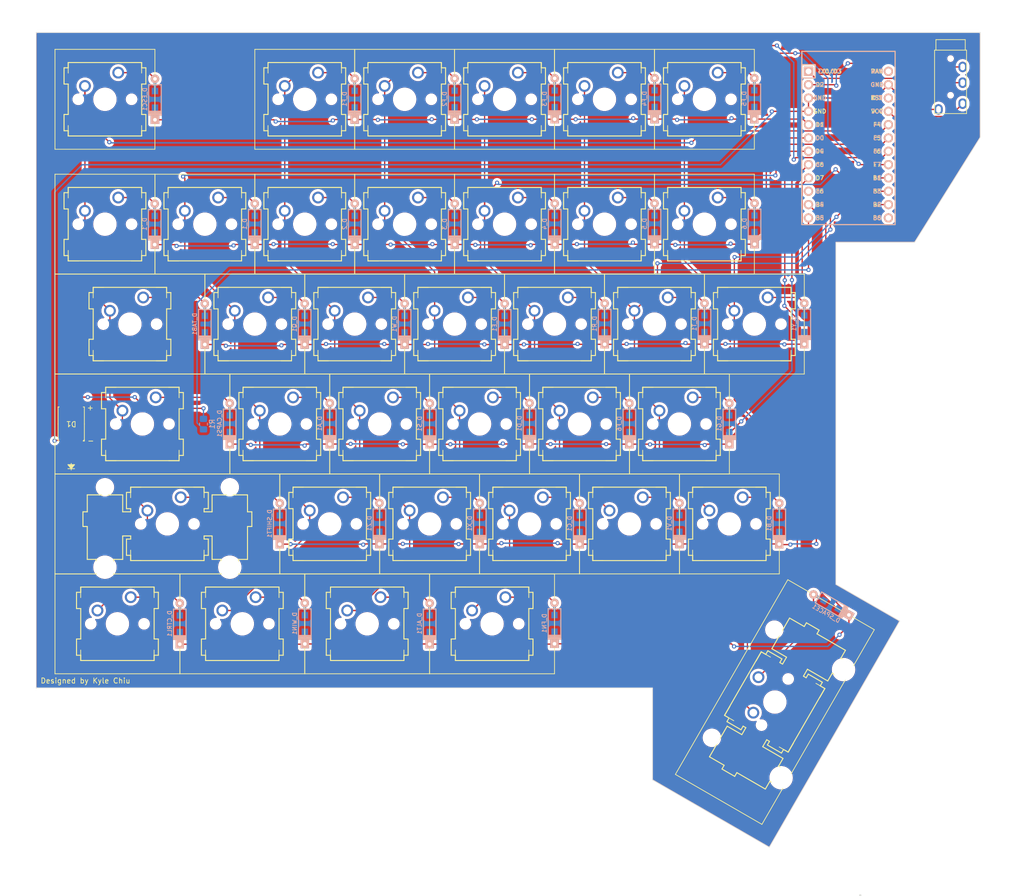
<source format=kicad_pcb>
(kicad_pcb (version 20221018) (generator pcbnew)
  (layers (0 "F.Cu" signal) (31 "B.Cu" signal) (34 "B.Paste" user) (35 "F.Paste" user) (36 "B.SilkS" user "B.Silkscreen") (37 "F.SilkS" user "F.Silkscreen") (38 "B.Mask" user) (39 "F.Mask" user) (44 "Edge.Cuts" user))
  (net 0 "")
  (net 1 "Net-(D1-A)")
  (net 2 "Net-(D_1-A)")
  (net 3 "row1")
  (net 4 "Net-(D_2-A)")
  (net 5 "Net-(D_3-A)")
  (net 6 "Net-(D_4-A)")
  (net 7 "Net-(D_5-A)")
  (net 8 "Net-(D_6-A)")
  (net 9 "Net-(D_A1-A)")
  (net 10 "row3")
  (net 11 "Net-(D_ALT1-A)")
  (net 12 "row5")
  (net 13 "Net-(D_B1-A)")
  (net 14 "row4")
  (net 15 "Net-(D_C1-A)")
  (net 16 "Net-(D_CAPS1-A)")
  (net 17 "Net-(D_CTRL1-A)")
  (net 18 "Net-(D_D1-A)")
  (net 19 "Net-(D_E1-A)")
  (net 20 "row2")
  (net 21 "Net-(D_ESC1-A)")
  (net 22 "row0")
  (net 23 "Net-(D_F1-A)")
  (net 24 "Net-(D_F2-A)")
  (net 25 "Net-(D_F3-A)")
  (net 26 "Net-(D_F4-A)")
  (net 27 "Net-(D_F5-A)")
  (net 28 "Net-(D_F6-A)")
  (net 29 "Net-(D_FN1-A)")
  (net 30 "Net-(D_G1-A)")
  (net 31 "Net-(D_Q1-A)")
  (net 32 "Net-(D_R1-A)")
  (net 33 "Net-(D_S1-A)")
  (net 34 "Net-(D_SHIFT1-A)")
  (net 35 "Net-(D_SPACE1-A)")
  (net 36 "Net-(D_T1-A)")
  (net 37 "Net-(D_TAB1-A)")
  (net 38 "Net-(D_V1-A)")
  (net 39 "Net-(D_W1-A)")
  (net 40 "Net-(D_WIN1-A)")
  (net 41 "Net-(D_X1-A)")
  (net 42 "Net-(D_Y1-A)")
  (net 43 "Net-(D_Z1-A)")
  (net 44 "Net-(D_`1-A)")
  (net 45 "col1")
  (net 46 "col2")
  (net 47 "col3")
  (net 48 "col4")
  (net 49 "col5")
  (net 50 "col6")
  (net 51 "col0")
  (net 52 "Net-(U1-9{slash}PB5)")
  (net 53 "Net-(U1-TX0{slash}PD3)")
  (net 54 "Net-(U1-RX1{slash}PD2)")
  (net 57 "Net-(U1-VCC)")
  (net 60 "GND")
  (footprint "MX_ALPS_Hybrid:MXOnly-1U-NoLED" (layer "F.Cu") (at 120.019571 123.707525)
    (fp_text reference "K_X1")
    (fp_text value "KEYSW")
  )
  (footprint "MX_ALPS_Hybrid:MXOnly-1U-NoLED" (layer "F.Cu") (at 181.932071 85.607525)
    (fp_text reference "K_Y1")
    (fp_text value "KEYSW")
  )
  (footprint "MX_ALPS_Hybrid:MXOnly-1U-NoLED" (layer "F.Cu") (at 148.594571 104.657525)
    (fp_text reference "K_F6")
    (fp_text value "KEYSW")
  )
  (footprint "MX_ALPS_Hybrid:MXOnly-1.75U-NoLED" (layer "F.Cu") (at 65.250821 104.657525)
    (fp_text reference "K_CAPS1")
    (fp_text value "KEYSW")
  )
  (footprint "MX_ALPS_Hybrid:MXOnly-1U-NoLED" (layer "F.Cu") (at 172.407071 42.745025)
    (fp_text reference "K_F5")
    (fp_text value "KEYSW")
  )
  (footprint "MX_ALPS_Hybrid:MXOnly-1U-NoLED" (layer "F.Cu") (at 58.107071 42.745025)
    (fp_text reference "K_ESC1")
    (fp_text value "KEYSW")
  )
  (footprint "MX_ALPS_Hybrid:MXOnly-1U-NoLED" (layer "F.Cu") (at 177.169571 123.707525)
    (fp_text reference "K_B1")
    (fp_text value "KEYSW")
  )
  (footprint "MX_ALPS_Hybrid:MXOnly-1U-NoLED" (layer "F.Cu") (at 124.782071 85.607525)
    (fp_text reference "K_E1")
    (fp_text value "KEYSW")
  )
  (footprint "MX_ALPS_Hybrid:MXOnly-1U-NoLED" (layer "F.Cu") (at 162.882071 85.607525)
    (fp_text reference "K_T1")
    (fp_text value "KEYSW")
  )
  (footprint "MX_ALPS_Hybrid:MXOnly-2.25U-NoLED" (layer "F.Cu") (at 185.844585 157.672681 60)
    (fp_text reference "K_SPACE1")
    (fp_text value "KEYSW")
  )
  (footprint "MX_ALPS_Hybrid:MXOnly-1.5U-NoLED" (layer "F.Cu") (at 62.869571 85.607525)
    (fp_text reference "K_TAB1")
    (fp_text value "KEYSW")
  )
  (footprint "MX_ALPS_Hybrid:MXOnly-1U-NoLED" (layer "F.Cu") (at 129.544571 104.657525)
    (fp_text reference "K_D1")
    (fp_text value "KEYSW")
  )
  (footprint "MX_ALPS_Hybrid:MXOnly-1U-NoLED" (layer "F.Cu") (at 96.207071 66.557525)
    (fp_text reference "K_2")
    (fp_text value "KEYSW")
  )
  (footprint "ScottoKeebs_Components:TRRS_PJ-320A" (layer "F.Cu") (at 219.35 33.3775)
    (fp_text reference "U2")
    (fp_text value "TRRS")
  )
  (footprint "MX_ALPS_Hybrid:MXOnly-1U-NoLED" (layer "F.Cu") (at 172.407071 66.557525)
    (fp_text reference "K_6")
    (fp_text value "KEYSW")
  )
  (footprint "MX_ALPS_Hybrid:MXOnly-1U-NoLED" (layer "F.Cu") (at 153.357071 42.745025)
    (fp_text reference "K_F4")
    (fp_text value "KEYSW")
  )
  (footprint "MX_ALPS_Hybrid:MXOnly-1U-NoLED" (layer "F.Cu") (at 167.644571 104.657525)
    (fp_text reference "K_G1")
    (fp_text value "KEYSW")
  )
  (footprint "MX_ALPS_Hybrid:MXOnly-1U-NoLED" (layer "F.Cu") (at 96.207071 42.745025)
    (fp_text reference "K_F1")
    (fp_text value "KEYSW")
  )
  (footprint "MX_ALPS_Hybrid:MXOnly-1U-NoLED" (layer "F.Cu") (at 110.494571 104.657525)
    (fp_text reference "K_S1")
    (fp_text value "KEYSW")
  )
  (footprint "MX_ALPS_Hybrid:MXOnly-2.25U-NoLED" (layer "F.Cu") (at 70.013321 123.707525)
    (fp_text reference "K_SHIFT1")
    (fp_text value "KEYSW")
  )
  (footprint "MX_ALPS_Hybrid:MXOnly-1U-NoLED" (layer "F.Cu") (at 143.832071 85.607525)
    (fp_text reference "K_R1")
    (fp_text value "KEYSW")
  )
  (footprint "MX_ALPS_Hybrid:MXOnly-1.25U-NoLED" (layer "F.Cu") (at 108.113321 142.757525)
    (fp_text reference "K_ALT1")
    (fp_text value "KEYSW")
  )
  (footprint "ScottoKeebs_MCU:Arduino_Pro_Micro" (layer "F.Cu") (at 199.88 51.39)
    (fp_text reference "U1" hide)
    (fp_text value "Arduino_Pro_Micro" hide)
  )
  (footprint "MX_ALPS_Hybrid:MXOnly-1U-NoLED" (layer "F.Cu") (at 134.307071 42.745025)
    (fp_text reference "K_F3")
    (fp_text value "KEYSW")
  )
  (footprint "MX_ALPS_Hybrid:MXOnly-1U-NoLED" (layer "F.Cu") (at 91.444571 104.657525)
    (fp_text reference "K_A1")
    (fp_text value "KEYSW")
  )
  (footprint "MX_ALPS_Hybrid:MXOnly-1U-NoLED" (layer "F.Cu") (at 105.732071 85.607525)
    (fp_text reference "K_W1")
    (fp_text value "KEYSW")
  )
  (footprint "MX_ALPS_Hybrid:MXOnly-1U-NoLED" (layer "F.Cu") (at 139.069571 123.707525)
    (fp_text reference "K_C1")
    (fp_text value "KEYSW")
  )
  (footprint "MX_ALPS_Hybrid:MXOnly-1U-NoLED" (layer "F.Cu") (at 58.107071 66.557525)
    (fp_text reference "K_`1")
    (fp_text value "KEYSW")
  )
  (footprint "MX_ALPS_Hybrid:MXOnly-1U-NoLED" (layer "F.Cu") (at 134.307071 66.557525)
    (fp_text reference "K_4")
    (fp_text value "KEYSW")
  )
  (footprint "MX_ALPS_Hybrid:MXOnly-1.25U-NoLED" (layer "F.Cu") (at 84.300821 142.757525)
    (fp_text reference "K_WIN1")
    (fp_text value "KEYSW")
  )
  (footprint "MX_ALPS_Hybrid:MXOnly-1U-NoLED" (layer "F.Cu") (at 86.682071 85.607525)
    (fp_text reference "K_Q1")
    (fp_text value "KEYSW")
  )
  (footprint "MX_ALPS_Hybrid:MXOnly-1.25U-NoLED" (layer "F.Cu") (at 131.925821 142.757525)
    (fp_text reference "K_FN1")
    (fp_text value "KEYSW")
  )
  (footprint "MX_ALPS_Hybrid:MXOnly-1U-NoLED" (layer "F.Cu") (at 158.119571 123.707525)
    (fp_text reference "K_V1")
    (fp_text value "KEYSW")
  )
  (footprint "MX_ALPS_Hybrid:MXOnly-1.25U-NoLED" (layer "F.Cu") (at 60.488321 142.757525)
    (fp_text reference "K_CTRL1")
    (fp_text value "KEYSW")
  )
  (footprint "MX_ALPS_Hybrid:MXOnly-1U-NoLED" (layer "F.Cu") (at 153.357071 66.557525)
    (fp_text reference "K_5")
    (fp_text value "KEYSW")
  )
  (footprint "MX_ALPS_Hybrid:MXOnly-1U-NoLED" (layer "F.Cu") (at 100.969571 123.707525)
    (fp_text reference "K_Z1")
    (fp_text value "KEYSW")
  )
  (footprint "MX_ALPS_Hybrid:MXOnly-1U-NoLED" (layer "F.Cu") (at 115.257071 42.745025)
    (fp_text reference "K_F2")
    (fp_text value "KEYSW")
  )
  (footprint "MX_ALPS_Hybrid:MXOnly-1U-NoLED" (layer "F.Cu") (at 115.257071 66.557525)
    (fp_text reference "K_3")
    (fp_text value "KEYSW")
  )
  (footprint "MX_ALPS_Hybrid:MXOnly-1U-NoLED" (layer "F.Cu") (at 77.157071 66.557525)
    (fp_text reference "K_1")
    (fp_text value "KEYSW")
  )
  (footprint "MX6AWT_A1_0000_000D51 footprint:LED_CREE_MX6" (layer "F.Cu") (at 51.68 104.6594 180)
    (fp_text reference "D1")
    (fp_text value "LED")
  )
  (footprint "keyboard_parts:D_SOD123_axial" (layer "B.Cu") (at 158.1075 104.6 90)
    (fp_text reference "D_F6")
    (fp_text value "D" hide)
  )
  (footprint "keyboard_parts:D_SOD123_axial" (layer "B.Cu") (at 162.91 42.62 90)
    (fp_text reference "D_F4")
    (fp_text value "D" hide)
  )
  (footprint "keyboard_parts:D_SOD123_axial" (layer "B.Cu") (at 105.74 66.529998 90)
    (fp_text reference "D_2")
    (fp_text value "D" hide)
  )
  (footprint "keyboard_parts:D_SOD123_axial" (layer "B.Cu") (at 96.225 142.7 90)
    (fp_text reference "D_WIN1")
    (fp_text value "D" hide)
  )
  (footprint "keyboard_parts:D_SOD123_axial" (layer "B.Cu") (at 91.4375 123.665 90)
    (fp_text reference "D_SHIFT1")
    (fp_text value "D" hide)
  )
  (footprint "keyboard_parts:D_SOD123_axial" (layer "B.Cu") (at 143.86 42.65 90)
    (fp_text reference "D_F3")
    (fp_text value "D" hide)
  )
  (footprint "keyboard_parts:D_SOD123_axial" (layer "B.Cu") (at 81.8975 104.595 90)
    (fp_text reference "D_CAPS1")
    (fp_text value "D" hide)
  )
  (footprint "keyboard_parts:D_SOD123_axial" (layer "B.Cu") (at 181.97 66.47 90)
    (fp_text reference "D_6")
    (fp_text value "D" hide)
  )
  (footprint "keyboard_parts:D_SOD123_axial" (layer "B.Cu") (at 110.45 123.63 90)
    (fp_text reference "D_Z1")
    (fp_text value "D" hide)
  )
  (footprint "Resistor_SMD:R_0805_2012Metric_Pad1.20x1.40mm_HandSolder" (layer "B.Cu") (at 76.9 104.68 90)
    (fp_text reference "R1")
    (fp_text value "~")
  )
  (footprint "keyboard_parts:D_SOD123_axial" (layer "B.Cu") (at 143.83 142.67 90)
    (fp_text reference "D_FN1")
    (fp_text value "D" hide)
  )
  (footprint "keyboard_parts:D_SOD123_axial" (layer "B.Cu") (at 67.65 42.75 90)
    (fp_text reference "D_ESC1")
    (fp_text value "D" hide)
  )
  (footprint "keyboard_parts:D_SOD123_axial" (layer "B.Cu") (at 67.5975 66.5525 90)
    (fp_text reference "D_`1")
    (fp_text value "D" hide)
  )
  (footprint "keyboard_parts:D_SOD123_axial" (layer "B.Cu") (at 129.59 123.63 90)
    (fp_text reference "D_X1")
    (fp_text value "D" hide)
  )
  (footprint "keyboard_parts:D_SOD123_axial" (layer "B.Cu") (at 191.46 85.54 90)
    (fp_text reference "D_Y1")
    (fp_text value "D" hide)
  )
  (footprint "keyboard_parts:D_SOD123_axial" (layer "B.Cu") (at 120.045 104.62 90)
    (fp_text reference "D_S1")
    (fp_text value "D" hide)
  )
  (footprint "keyboard_parts:D_SOD123_axial" (layer "B.Cu") (at 120.0225 142.725 90)
    (fp_text reference "D_ALT1")
    (fp_text value "D" hide)
  )
  (footprint "keyboard_parts:D_SOD123_axial" (layer "B.Cu") (at 100.98 104.58 90)
    (fp_text reference "D_A1")
    (fp_text value "D" hide)
  )
  (footprint "keyboard_parts:D_SOD123_axial" (layer "B.Cu") (at 124.78 42.68 90)
    (fp_text reference "D_F2")
    (fp_text value "D" hide)
  )
  (footprint "keyboard_parts:D_SOD123_axial" (layer "B.Cu") (at 134.32 85.61 90)
    (fp_text reference "D_E1")
    (fp_text value "D" hide)
  )
  (footprint "keyboard_parts:D_SOD123_axial" (layer "B.Cu") (at 196.59 139.12 150)
    (fp_text reference "D_SPACE1")
    (fp_text value "D" hide)
  )
  (footprint "keyboard_parts:D_SOD123_axial" (layer "B.Cu") (at 162.9 66.49 90)
    (fp_text reference "D_5")
    (fp_text value "D" hide)
  )
  (footprint "keyboard_parts:D_SOD123_axial" (layer "B.Cu") (at 172.43 85.54 90)
    (fp_text reference "D_T1")
    (fp_text value "D" hide)
  )
  (footprint "keyboard_parts:D_SOD123_axial" (layer "B.Cu") (at 105.72 42.7 90)
    (fp_text reference "D_F1")
    (fp_text value "D" hide)
  )
  (footprint "keyboard_parts:D_SOD123_axial" (layer "B.Cu") (at 96.19 85.6 90)
    (fp_text reference "D_Q1")
    (fp_text value "D" hide)
  )
  (footprint "keyboard_parts:D_SOD123_axial" (layer "B.Cu") (at 148.635 123.665 90)
    (fp_text reference "D_C1")
    (fp_text value "D" hide)
  )
  (footprint "keyboard_parts:D_SOD123_axial" (layer "B.Cu") (at 72.38 142.74 90)
    (fp_text reference "D_CTRL1")
    (fp_text value "D" hide)
  )
  (footprint "keyboard_parts:D_SOD123_axial" (layer "B.Cu") (at 139.0625 104.565 90)
    (fp_text reference "D_D1")
    (fp_text value "D" hide)
  )
  (footprint "keyboard_parts:D_SOD123_axial" (layer "B.Cu") (at 77.155 85.6 90)
    (fp_text reference "D_TAB1")
    (fp_text value "D" hide)
  )
  (footprint "keyboard_parts:D_SOD123_axial" (layer "B.Cu") (at 177.17 104.6 90)
    (fp_text reference "D_G1")
    (fp_text value "D" hide)
  )
  (footprint "keyboard_parts:D_SOD123_axial" (layer "B.Cu") (at 167.6625 123.63 90)
    (fp_text reference "D_V1")
    (fp_text value "D" hide)
  )
  (footprint "keyboard_parts:D_SOD123_axial" (layer "B.Cu") (at 124.8 66.53 90)
    (fp_text reference "D_3")
    (fp_text value "D" hide)
  )
  (footprint "keyboard_parts:D_SOD123_axial" (layer "B.Cu") (at 115.25 85.6 90)
    (fp_text reference "D_W1")
    (fp_text value "D" hide)
  )
  (footprint "keyboard_parts:D_SOD123_axial" (layer "B.Cu") (at 153.3925 85.565 90)
    (fp_text reference "D_R1")
    (fp_text value "D" hide)
  )
  (footprint "keyboard_parts:D_SOD123_axial" (layer "B.Cu") (at 143.87 66.51 90)
    (fp_text reference "D_4")
    (fp_text value "D" hide)
  )
  (footprint "keyboard_parts:D_SOD123_axial" (layer "B.Cu") (at 181.93 42.62 90)
    (fp_text reference "D_F5")
    (fp_text value "D" hide)
  )
  (footprint "keyboard_parts:D_SOD123_axial" (layer "B.Cu") (at 186.69 123.65 90)
    (fp_text reference "D_B1")
    (fp_text value "D" hide)
  )
  (footprint "keyboard_parts:D_SOD123_axial" (layer "B.Cu") (at 86.68 66.53 90)
    (fp_text reference "D_1")
    (fp_text value "D" hide)
  )
  (gr_line (start 108.26069 73.551) (end 122.25999 73.551) (stroke (width 0.2)) (layer "F.SilkS"))
  (gr_line (start 146.07249 129.7004) (end 146.87189 129.7004) (stroke (width 0.2)) (layer "F.SilkS"))
  (gr_line (start 104.01079 63.651) (end 104.01079 60.551) (stroke (width 0.2)) (layer "F.SilkS"))
  (gr_line (start 70.16069 63.651) (end 70.16069 69.451) (stroke (width 0.2)) (layer "F.SilkS"))
  (gr_line (start 132.58579 88.5012) (end 131.78499 88.5012) (stroke (width 0.2)) (layer "F.SilkS"))
  (gr_line (start 146.35929 36.74) (end 145.55989 36.74) (stroke (width 0.2)) (layer "F.SilkS"))
  (gr_line (start 187.49899 166.716) (end 188.36599 167.2162) (stroke (width 0.2)) (layer "F.SilkS"))
  (gr_line (start 127.31069 73.551) (end 141.30999 73.551) (stroke (width 0.2)) (layer "F.SilkS"))
  (gr_line (start 89.21069 36.74) (end 88.40989 36.74) (stroke (width 0.2)) (layer "F.SilkS"))
  (gr_line (start 187.19199 149.4492) (end 184.50599 147.8989) (stroke (width 0.2)) (layer "F.SilkS"))
  (gr_line (start 84.15999 59.552) (end 70.16069 59.552) (stroke (width 0.2)) (layer "F.SilkS"))
  (gr_line (start 122.25999 35.739) (end 108.26069 35.739) (stroke (width 0.2)) (layer "F.SilkS"))
  (gr_line (start 183.24099 148.0904) (end 176.24099 160.2158) (stroke (width 0.2)) (layer "F.SilkS"))
  (gr_line (start 161.15899 63.651) (end 161.15899 60.551) (stroke (width 0.2)) (layer "F.SilkS"))
  (gr_line (start 136.54749 111.6508) (end 136.54749 110.6504) (stroke (width 0.2)) (layer "F.SilkS"))
  (gr_line (start 89.21069 73.551) (end 103.20999 73.551) (stroke (width 0.2)) (layer "F.SilkS"))
  (gr_line (start 55.07252 79.601) (end 55.07252 82.7012) (stroke (width 0.2)) (layer "F.SilkS"))
  (gr_line (start 115.91709 139.8512) (end 115.91709 136.7506) (stroke (width 0.2)) (layer "F.SilkS"))
  (gr_line (start 179.40999 72.55) (end 180.21099 72.55) (stroke (width 0.2)) (layer "F.SilkS"))
  (gr_line (start 97.93489 82.7012) (end 98.73569 82.7012) (stroke (width 0.2)) (layer "F.SilkS"))
  (gr_line (start 108.77189 126.6012) (end 107.97249 126.6012) (stroke (width 0.2)) (layer "F.SilkS"))
  (gr_line (start 101.11699 135.7516) (end 101.11699 136.7506) (stroke (width 0.2)) (layer "F.SilkS"))
  (gr_line (start 160.35999 48.739) (end 161.15899 48.739) (stroke (width 0.2)) (layer "F.SilkS"))
  (gr_line (start 160.35999 69.451) (end 160.35999 63.651) (stroke (width 0.2)) (layer "F.SilkS"))
  (gr_line (start 184.17299 116.7016) (end 170.17299 116.7016) (stroke (width 0.2)) (layer "F.SilkS"))
  (gr_line (start 160.35999 63.651) (end 161.15899 63.651) (stroke (width 0.2)) (layer "F.SilkS"))
  (gr_line (start 170.17299 129.7004) (end 170.17299 130.7008) (stroke (width 0.2)) (layer "F.SilkS"))
  (gr_line (start 150.83499 78.602) (end 136.83569 78.602) (stroke (width 0.2)) (layer "F.SilkS"))
  (gr_line (start 164.60999 36.74) (end 164.60999 39.839) (stroke (width 0.2)) (layer "F.SilkS"))
  (gr_line (start 136.54749 107.5512) (end 136.54749 101.7512) (stroke (width 0.2)) (layer "F.SilkS"))
  (gr_line (start 107.97249 126.6012) (end 107.97249 120.8012) (stroke (width 0.2)) (layer "F.SilkS"))
  (gr_line (start 132.58579 79.601) (end 131.78499 79.601) (stroke (width 0.2)) (layer "F.SilkS"))
  (gr_line (start 54.74179 130.4708) (end 56.46708 130.4708) (stroke (width 0.2)) (layer "F.SilkS"))
  (gr_line (start 53.91632 124.2009) (end 54.74179 124.2009) (stroke (width 0.2)) (layer "F.SilkS"))
  (gr_line (start 169.37199 129.7004) (end 170.17299 129.7004) (stroke (width 0.2)) (layer "F.SilkS"))
  (gr_line (start 122.54819 97.6516) (end 122.54819 98.6506) (stroke (width 0.2)) (layer "F.SilkS"))
  (gr_line (start 122.54819 107.5512) (end 121.74739 107.5512) (stroke (width 0.2)) (layer "F.SilkS"))
  (gr_line (start 136.03489 79.601) (end 136.03489 82.7012) (stroke (width 0.2)) (layer "F.SilkS"))
  (gr_line (start 141.30999 35.739) (end 127.31069 35.739) (stroke (width 0.2)) (layer "F.SilkS"))
  (gr_line (start 124.12869 148.7505) (end 124.92809 148.7505) (stroke (width 0.2)) (layer "F.SilkS"))
  (gr_line (start 116.98489 82.7012) (end 117.78569 82.7012) (stroke (width 0.2)) (layer "F.SilkS"))
  (gr_line (start 142.10939 36.74) (end 141.30999 36.74) (stroke (width 0.2)) (layer "F.SilkS"))
  (gr_line (start 122.25999 73.551) (end 122.25999 72.55) (stroke (width 0.2)) (layer "F.SilkS"))
  (gr_line (start 86.11689 124.2009) (end 86.11689 121.4006) (stroke (width 0.2)) (layer "F.SilkS"))
  (gr_line (start 142.10939 72.55) (end 142.10939 69.451) (stroke (width 0.2)) (layer "F.SilkS"))
  (gr_line (start 100.31619 136.7506) (end 100.31619 139.8512) (stroke (width 0.2)) (layer "F.SilkS"))
  (gr_line (start 193.87399 144.6744) (end 194.28599 143.9603) (stroke (width 0.2)) (layer "F.SilkS"))
  (gr_line (start 122.54819 101.7512) (end 122.54819 107.5512) (stroke (width 0.2)) (layer "F.SilkS"))
  (gr_line (start 99.24689 101.7512) (end 99.24689 98.6506) (stroke (width 0.2)) (layer "F.SilkS"))
  (gr_line (start 102.69739 101.7512) (end 103.49819 101.7512) (stroke (width 0.2)) (layer "F.SilkS"))
  (gr_line (start 175.44699 98.6506) (end 174.64799 98.6506) (stroke (width 0.2)) (layer "F.SilkS"))
  (gr_line (start 80.26579 130.4708) (end 80.26579 131.671) (stroke (width 0.2)) (layer "F.SilkS"))
  (gr_line (start 103.20999 49.738) (end 103.20999 48.739) (stroke (width 0.2)) (layer "F.SilkS"))
  (gr_line (start 174.13499 91.6004) (end 174.93599 91.6004) (stroke (width 0.2)) (layer "F.SilkS"))
  (gr_line (start 165.12299 117.7006) (end 165.12299 116.7016) (stroke (width 0.2)) (layer "F.SilkS"))
  (gr_line (start 122.25999 45.639) (end 122.25999 39.839) (stroke (width 0.2)) (layer "F.SilkS"))
  (gr_line (start 68.29199 136.7506) (end 67.49139 136.7506) (stroke (width 0.2)) (layer "F.SilkS"))
  (gr_line (start 107.45989 39.839) (end 108.26069 39.839) (stroke (width 0.2)) (layer "F.SilkS"))
  (gr_line (start 139.72819 139.8512) (end 139.72819 136.7506) (stroke (width 0.2)) (layer "F.SilkS"))
  (gr_line (start 126.50989 45.639) (end 126.50989 48.739) (stroke (width 0.2)) (layer "F.SilkS"))
  (gr_line (start 169.88499 88.5012) (end 169.88499 82.7012) (stroke (width 0.2)) (layer "F.SilkS"))
  (gr_line (start 77.30299 148.7505) (end 77.30299 149.751) (stroke (width 0.2)) (layer "F.SilkS"))
  (gr_line (start 69.35999 72.55) (end 70.16069 72.55) (stroke (width 0.2)) (layer "F.SilkS"))
  (gr_line (start 183.53199 166.1868) (end 184.29499 164.8653) (stroke (width 0.2)) (layer "F.SilkS"))
  (gr_line (start 165.40899 35.739) (end 165.40899 36.74) (stroke (width 0.2)) (layer "F.SilkS"))
  (gr_line (start 56.46708 130.4708) (end 56.46708 131.671) (stroke (width 0.2)) (layer "F.SilkS"))
  (gr_line (start 93.97319 130.7008) (end 107.97249 130.7008) (stroke (width 0.2)) (layer "F.SilkS"))
  (gr_line (start 165.40899 39.839) (end 165.40899 45.639) (stroke (width 0.2)) (layer "F.SilkS"))
  (gr_line (start 124.12869 136.7506) (end 124.12869 139.8512) (stroke (width 0.2)) (layer "F.SilkS"))
  (gr_line (start 150.83499 92.6008) (end 150.83499 91.6004) (stroke (width 0.2)) (layer "F.SilkS"))
  (gr_line (start 174.64799 111.6508) (end 174.64799 110.6504) (stroke (width 0.2)) (layer "F.SilkS"))
  (gr_line (start 98.44749 101.7512) (end 99.24689 101.7512) (stroke (width 0.2)) (layer "F.SilkS"))
  (gr_line (start 124.12869 139.8512) (end 124.92809 139.8512) (stroke (width 0.2)) (layer "F.SilkS"))
  (gr_line (start 126.50989 39.839) (end 127.31069 39.839) (stroke (width 0.2)) (layer "F.SilkS"))
  (gr_line (start 89.21069 59.552) (end 89.21069 60.551) (stroke (width 0.2)) (layer "F.SilkS"))
  (gr_line (start 85.29139 130.4708) (end 85.29139 124.2009) (stroke (width 0.2)) (layer "F.SilkS"))
  (gr_line (start 65.91079 72.55) (end 65.91079 69.451) (stroke (width 0.2)) (layer "F.SilkS"))
  (gr_line (start 159.84699 101.7512) (end 160.64799 101.7512) (stroke (width 0.2)) (layer "F.SilkS"))
  (gr_line (start 146.35929 45.639) (end 145.55989 45.639) (stroke (width 0.2)) (layer "F.SilkS"))
  (gr_line (start 176.75199 162.2718) (end 173.37699 168.1175) (stroke (width 0.2)) (layer "F.SilkS"))
  (gr_line (start 169.37199 126.6012) (end 169.37199 129.7004) (stroke (width 0.2)) (layer "F.SilkS"))
  (gr_line (start 51.11064 39.839) (end 51.11064 45.639) (stroke (width 0.2)) (layer "F.SilkS"))
  (gr_line (start 93.97319 117.7006) (end 93.17239 117.7006) (stroke (width 0.2)) (layer "F.SilkS"))
  (gr_line (start 98.73569 78.602) (end 98.73569 79.601) (stroke (width 0.2)) (layer "F.SilkS"))
  (gr_line (start 108.26069 59.552) (end 108.26069 60.551) (stroke (width 0.2)) (layer "F.SilkS"))
  (gr_line (start 160.35999 60.551) (end 160.35999 59.552) (stroke (width 0.2)) (layer "F.SilkS"))
  (gr_line (start 188.93499 91.6004) (end 189.73599 91.6004) (stroke (width 0.2)) (layer "F.SilkS"))
  (gr_line (start 117.78569 78.602) (end 117.78569 79.601) (stroke (width 0.2)) (layer "F.SilkS"))
  (gr_line (start 122.25999 69.451) (end 122.25999 63.651) (stroke (width 0.2)) (layer "F.SilkS"))
  (gr_line (start 108.26069 39.839) (end 108.26069 45.639) (stroke (width 0.2)) (layer "F.SilkS"))
  (gr_line (start 126.50989 63.651) (end 127.31069 63.651) (stroke (width 0.2)) (layer "F.SilkS"))
  (gr_line (start 89.21069 69.451) (end 88.40989 69.451) (stroke (width 0.2)) (layer "F.SilkS"))
  (gr_line (start 137.34689 107.5512) (end 136.54749 107.5512) (stroke (width 0.2)) (layer "F.SilkS"))
  (gr_line (start 116.98489 79.601) (end 116.98489 82.7012) (stroke (width 0.2)) (layer "F.SilkS"))
  (gr_line (start 160.35999 39.839) (end 161.15899 39.839) (stroke (width 0.2)) (layer "F.SilkS"))
  (gr_line (start 107.45989 60.551) (end 107.45989 63.651) (stroke (width 0.2)) (layer "F.SilkS"))
  (gr_line (start 184.50599 147.8989) (end 184.10699 148.5907) (stroke (width 0.2)) (layer "F.SilkS"))
  (gr_line (start 176.24099 160.2158) (end 177.10599 160.716) (stroke (width 0.2)) (layer "F.SilkS"))
  (gr_line (start 112.73499 82.7012) (end 113.53579 82.7012) (stroke (width 0.2)) (layer "F.SilkS"))
  (gr_line (start 189.73599 91.6004) (end 189.73599 88.5012) (stroke (width 0.2)) (layer "F.SilkS"))
  (gr_line (start 78.54189 126.0004) (end 78.54189 130.4708) (stroke (width 0.2)) (layer "F.SilkS"))
  (gr_line (start 136.03489 91.6004) (end 136.83569 91.6004) (stroke (width 0.2)) (layer "F.SilkS"))
  (gr_line (start 103.20999 72.55) (end 104.01079 72.55) (stroke (width 0.2)) (layer "F.SilkS"))
  (gr_line (start 65.11019 69.451) (end 65.11019 63.651) (stroke (width 0.2)) (layer "F.SilkS"))
  (gr_line (start 127.31069 69.451) (end 126.50989 69.451) (stroke (width 0.2)) (layer "F.SilkS"))
  (gr_line (start 65.11019 39.839) (end 65.91079 39.839) (stroke (width 0.2)) (layer "F.SilkS"))
  (gr_line (start 184.29499 164.8653) (end 184.81499 165.1657) (stroke (width 0.2)) (layer "F.SilkS"))
  (gr_line (start 86.11689 121.4006) (end 85.29139 121.4006) (stroke (width 0.2)) (layer "F.SilkS"))
  (gr_line (start 188.93499 88.5012) (end 188.93499 82.7012) (stroke (width 0.2)) (layer "F.SilkS"))
  (gr_line (start 77.81699 129.7004) (end 77.81699 126.6012) (stroke (width 0.2)) (layer "F.SilkS"))
  (gr_line (start 145.55989 72.55) (end 146.35929 72.55) (stroke (width 0.2)) (layer "F.SilkS"))
  (gr_line (start 127.31069 49.738) (end 141.30999 49.738) (stroke (width 0.2)) (layer "F.SilkS"))
  (gr_line (start 136.54749 97.6516) (end 122.54819 97.6516) (stroke (width 0.2)) (layer "F.SilkS"))
  (gr_line (start 179.40999 63.651) (end 180.21099 63.651) (stroke (width 0.2)) (layer "F.SilkS"))
  (gr_line (start 131.78499 92.6008) (end 131.78499 91.6004) (stroke (width 0.2)) (layer "F.SilkS"))
  (gr_line (start 174.93599 92.6008) (end 188.93499 92.6008) (stroke (width 0.2)) (layer "F.SilkS"))
  (gr_line (start 188.93499 78.602) (end 174.93599 78.602) (stroke (width 0.2)) (layer "F.SilkS"))
  (gr_line (start 93.97319 120.8012) (end 93.97319 126.6012) (stroke (width 0.2)) (layer "F.SilkS"))
  (gr_line (start 108.26069 36.74) (end 107.45989 36.74) (stroke (width 0.2)) (layer "F.SilkS"))
  (gr_line (start 141.30999 73.551) (end 141.30999 72.55) (stroke (width 0.2)) (layer "F.SilkS"))
  (gr_line (start 175.76099 170.4463) (end 178.18699 171.84644) (stroke (width 0.2)) (layer "F.SilkS"))
  (gr_line (start 180.21099 60.551) (end 179.40999 60.551) (stroke (width 0.2)) (layer "F.SilkS"))
  (gr_line (start 174.13499 79.601) (end 174.13499 82.7012) (stroke (width 0.2)) (layer "F.SilkS"))
  (gr_line (start 161.15899 48.739) (end 161.15899 45.639) (stroke (width 0.2)) (layer "F.SilkS"))
  (gr_line (start 50.31 69.451) (end 50.31 72.55) (stroke (width 0.2)) (layer "F.SilkS"))
  (gr_line (start 70.67189 79.601) (end 69.87269 79.601) (stroke (width 0.2)) (layer "F.SilkS"))
  (gr_line (start 196.78999 152.1612) (end 197.82999 152.762) (stroke (width 0.2)) (layer "F.SilkS"))
  (gr_line (start 174.93599 91.6004) (end 174.93599 92.6008) (stroke (width 0.2)) (layer "F.SilkS"))
  (gr_line (start 72.25389 110.6504) (end 73.05319 110.6504) (stroke (width 0.2)) (layer "F.SilkS"))
  (gr_line (start 191.44899 143.2742) (end 188.65099 141.6592) (stroke (width 0.2)) (layer "F.SilkS"))
  (gr_line (start 55.07252 82.7012) (end 55.87315 82.7012) (stroke (width 0.2)) (layer "F.SilkS"))
  (gr_line (start 62.21629 117.7006) (end 62.21629 120.8012) (stroke (width 0.2)) (layer "F.SilkS"))
  (gr_line (start 101.11699 148.7505) (end 101.11699 149.751) (stroke (width 0.2)) (layer "F.SilkS"))
  (gr_line (start 121.74739 101.7512) (end 122.54819 101.7512) (stroke (width 0.2)) (layer "F.SilkS"))
  (gr_line (start 194.89899 153.8989) (end 192.21499 152.3486) (stroke (width 0.2)) (layer "F.SilkS"))
  (gr_line (start 150.83499 88.5012) (end 150.83499 82.7012) (stroke (width 0.2)) (layer "F.SilkS"))
  (gr_line (start 124.92809 148.7505) (end 124.92809 149.751) (stroke (width 0.2)) (layer "F.SilkS"))
  (gr_line (start 112.73499 91.6004) (end 113.53579 91.6004) (stroke (width 0.2)) (layer "F.SilkS"))
  (gr_line (start 104.01079 36.74) (end 103.20999 36.74) (stroke (width 0.2)) (layer "F.SilkS"))
  (gr_line (start 160.35999 72.55) (end 161.15899 72.55) (stroke (width 0.2)) (layer "F.SilkS"))
  (gr_line (start 79.68569 88.5012) (end 78.88499 88.5012) (stroke (width 0.2)) (layer "F.SilkS"))
  (gr_line (start 102.69739 110.6504) (end 103.49819 110.6504) (stroke (width 0.2)) (layer "F.SilkS"))
  (gr_line (start 76.50379 139.8512) (end 77.30299 139.8512) (stroke (width 0.2)) (layer "F.SilkS"))
  (gr_line (start 139.72819 136.7506) (end 138.92879 136.7506) (stroke (width 0.2)) (layer "F.SilkS"))
  (gr_line (start 139.72819 148.7505) (end 139.72819 145.6512) (stroke (width 0.2)) (layer "F.SilkS"))
  (gr_line (start 112.73499 79.601) (end 112.73499 78.602) (stroke (width 0.2)) (layer "F.SilkS"))
  (gr_line (start 94.48579 91.6004) (end 94.48579 88.5012) (stroke (width 0.2)) (layer "F.SilkS"))
  (gr_line (start 188.93499 92.6008) (end 188.93499 91.6004) (stroke (width 0.2)) (layer "F.SilkS"))
  (gr_line (start 159.84699 110.6504) (end 160.64799 110.6504) (stroke (width 0.2)) (layer "F.SilkS"))
  (gr_line (start 127.02249 126.6012) (end 127.02249 120.8012) (stroke (width 0.2)) (layer "F.SilkS"))
  (gr_line (start 79.68569 82.7012) (end 79.68569 88.5012) (stroke (width 0.2)) (layer "F.SilkS"))
  (gr_line (start 69.87269 82.7012) (end 70.67189 82.7012) (stroke (width 0.2)) (layer "F.SilkS"))
  (gr_line (start 155.88599 79.601) (end 155.08499 79.601) (stroke (width 0.2)) (layer "F.SilkS"))
  (gr_line (start 179.40999 49.738) (end 179.40999 48.739) (stroke (width 0.2)) (layer "F.SilkS"))
  (gr_line (start 113.53579 79.601) (end 112.73499 79.601) (stroke (width 0.2)) (layer "F.SilkS"))
  (gr_line (start 54.74179 124.2009) (end 54.74179 130.4708) (stroke (width 0.2)) (layer "F.SilkS"))
  (gr_line (start 132.58579 91.6004) (end 132.58579 88.5012) (stroke (width 0.2)) (layer "F.SilkS"))
  (gr_line (start 50.31 63.651) (end 51.11064 63.651) (stroke (width 0.2)) (layer "F.SilkS"))
  (gr_line (start 57.45377 98.6506) (end 57.45377 101.7512) (stroke (width 0.2)) (layer "F.SilkS"))
  (gr_line (start 131.27239 117.7006) (end 131.27239 120.8012) (stroke (width 0.2)) (layer "F.SilkS"))
  (gr_line (start 146.07249 130.7008) (end 146.07249 129.7004) (stroke (width 0.2)) (layer "F.SilkS"))
  (gr_line (start 131.27239 129.7004) (end 132.07319 129.7004) (stroke (width 0.2)) (layer "F.SilkS"))
  (gr_line (start 50.31 60.551) (end 50.31 63.651) (stroke (width 0.2)) (layer "F.SilkS"))
  (gr_line (start 58.25302 97.6516) (end 58.25302 98.6506) (stroke (width 0.2)) (layer "F.SilkS"))
  (gr_line (start 189.73599 88.5012) (end 188.93499 88.5012) (stroke (width 0.2)) (layer "F.SilkS"))
  (gr_line (start 174.64799 98.6506) (end 174.64799 97.6516) (stroke (width 0.2)) (layer "F.SilkS"))
  (gr_line (start 65.91079 36.74) (end 65.11019 36.74) (stroke (width 0.2)) (layer "F.SilkS"))
  (gr_line (start 155.08499 88.5012) (end 155.08499 91.6004) (stroke (width 0.2)) (layer "F.SilkS"))
  (gr_line (start 53.4919 149.751) (end 67.49139 149.751) (stroke (width 0.2)) (layer "F.SilkS"))
  (gr_line (start 93.68499 92.6008) (end 93.68499 91.6004) (stroke (width 0.2)) (layer "F.SilkS"))
  (gr_line (start 115.91709 148.7505) (end 115.91709 145.6512) (stroke (width 0.2)) (layer "F.SilkS"))
  (gr_line (start 94.48579 82.7012) (end 94.48579 79.601) (stroke (width 0.2)) (layer "F.SilkS"))
  (gr_line (start 146.35929 73.551) (end 160.35999 73.551) (stroke (width 0.2)) (layer "F.SilkS"))
  (gr_line (start 123.06079 36.74) (end 122.25999 36.74) (stroke (width 0.2)) (layer "F.SilkS"))
  (gr_line (start 84.15999 63.651) (end 84.96079 63.651) (stroke (width 0.2)) (layer "F.SilkS"))
  (gr_line (start 93.68499 82.7012) (end 94.48579 82.7012) (stroke (width 0.2)) (layer "F.SilkS"))
  (gr_line (start 179.54799 163.8869) (end 176.75199 162.2718) (stroke (width 0.2)) (layer "F.SilkS"))
  (gr_line (start 145.55989 36.74) (end 145.55989 39.839) (stroke (width 0.2)) (layer "F.SilkS"))
  (gr_line (start 136.83569 82.7012) (end 136.83569 88.5012) (stroke (width 0.2)) (layer "F.SilkS"))
  (gr_line (start 65.91079 48.739) (end 65.91079 45.639) (stroke (width 0.2)) (layer "F.SilkS"))
  (gr_line (start 103.49819 97.6516) (end 103.49819 98.6506) (stroke (width 0.2)) (layer "F.SilkS"))
  (gr_line (start 191.29599 152.7413) (end 192.05799 151.4211) (stroke (width 0.2)) (layer "F.SilkS"))
  (gr_line (start 173.37699 168.1175) (end 176.17299 169.7312) (stroke (width 0.2)) (layer "F.SilkS"))
  (gr_line (start 77.81699 120.8012) (end 77.81699 117.7006) (stroke (width 0.2)) (layer "F.SilkS"))
  (gr_line (start 124.12869 145.6512) (end 124.12869 148.7505) (stroke (width 0.2)) (layer "F.SilkS"))
  (gr_line (start 117.78569 92.6008) (end 131.78499 92.6008) (stroke (width 0.2)) (layer "F.SilkS"))
  (gr_line (start 151.12299 130.7008) (end 165.12299 130.7008) (stroke (width 0.2)) (layer "F.SilkS"))
  (gr_line (start 115.11629 135.7516) (end 101.11699 135.7516) (stroke (width 0.2)) (layer "F.SilkS"))
  (gr_line (start 108.26069 60.551) (end 107.45989 60.551) (stroke (width 0.2)) (layer "F.SilkS"))
  (gr_line (start 136.54749 110.6504) (end 137.34689 110.6504) (stroke (width 0.2)) (layer "F.SilkS"))
  (gr_line (start 99.24689 107.5512) (end 98.44749 107.5512) (stroke (width 0.2)) (layer "F.SilkS"))
  (gr_line (start 170.17299 120.8012) (end 170.17299 126.6012) (stroke (width 0.2)) (layer "F.SilkS"))
  (gr_line (start 93.68499 91.6004) (end 94.48579 91.6004) (stroke (width 0.2)) (layer "F.SilkS"))
  (gr_line (start 72.25389 101.7512) (end 73.05319 101.7512) (stroke (width 0.2)) (layer "F.SilkS"))
  (gr_line (start 70.16069 59.552) (end 70.16069 60.551) (stroke (width 0.2)) (layer "F.SilkS"))
  (gr_line (start 70.67189 91.6004) (end 70.67189 88.5012) (stroke (width 0.2)) (layer "F.SilkS"))
  (gr_line (start 65.91079 60.551) (end 65.11019 60.551) (stroke (width 0.2)) (layer "F.SilkS"))
  (gr_line (start 102.69739 98.6506) (end 102.69739 101.7512) (stroke (width 0.2)) (layer "F.SilkS"))
  (gr_line (start 184.89099 172.77248) (end 185.93099 173.3733) (stroke (width 0.2)) (layer "F.SilkS"))
  (gr_line (start 69.35999 63.651) (end 70.16069 63.651) (stroke (width 0.2)) (layer "F.SilkS"))
  (gr_line (start 165.92199 129.7004) (end 165.92199 126.6012) (stroke (width 0.2)) (layer "F.SilkS"))
  (gr_line (start 68.29199 139.8512) (end 68.29199 136.7506) (stroke (width 0.2)) (layer "F.SilkS"))
  (gr_line (start 155.59799 107.5512) (end 155.59799 101.7512) (stroke (width 0.2)) (layer "F.SilkS"))
  (gr_line (start 127.02249 116.7016) (end 113.02319 116.7016) (stroke (width 0.2)) (layer "F.SilkS"))
  (gr_line (start 156.39699 101.7512) (end 156.39699 98.6506) (stroke (width 0.2)) (layer "F.SilkS"))
  (gr_line (start 77.01639 129.7004) (end 77.81699 129.7004) (stroke (width 0.2)) (layer "F.SilkS"))
  (gr_line (start 188.07399 149.1212) (end 187.31199 150.4414) (stroke (width 0.2)) (layer "F.SilkS"))
  (gr_line (start 127.82189 129.7004) (end 127.82189 126.6012) (stroke (width 0.2)) (layer "F.SilkS"))
  (gr_line (start 65.91079 63.651) (end 65.91079 60.551) (stroke (width 0.2)) (layer "F.SilkS"))
  (gr_line (start 77.01639 121.4006) (end 77.01639 120.8012) (stroke (width 0.2)) (layer "F.SilkS"))
  (gr_line (start 62.21629 126.6012) (end 62.21629 129.7004) (stroke (width 0.2)) (layer "F.SilkS"))
  (gr_line (start 70.16069 60.551) (end 69.35999 60.551) (stroke (width 0.2)) (layer "F.SilkS"))
  (gr_line (start 112.22239 126.6012) (end 112.22239 129.7004) (stroke (width 0.2)) (layer "F.SilkS"))
  (gr_line (start 117.78569 82.7012) (end 117.78569 88.5012) (stroke (width 0.2)) (layer "F.SilkS"))
  (gr_line (start 177.10599 160.716) (end 176.70599 161.4092) (stroke (width 0.2)) (layer "F.SilkS"))
  (gr_line (start 170.17299 130.7008) (end 184.17299 130.7008) (stroke (width 0.2)) (layer "F.SilkS"))
  (gr_line (start 141.59819 97.6516) (end 141.59819 98.6506) (stroke (width 0.2)) (layer "F.SilkS"))
  (gr_line (start 151.63599 79.601) (end 150.83499 79.601) (stroke (width 0.2)) (layer "F.SilkS"))
  (gr_line (start 184.02799 174.26629) (end 184.89099 172.77248) (stroke (width 0.2)) (layer "F.SilkS"))
  (gr_line (start 179.79199 162.2663) (end 180.31099 162.5654) (stroke (width 0.2)) (layer "F.SilkS"))
  (gr_line (start 69.87269 92.6008) (end 69.87269 91.6004) (stroke (width 0.2)) (layer "F.SilkS"))
  (gr_line (start 195.92899 153.6563) (end 196.78999 152.1612) (stroke (width 0.2)) (layer "F.SilkS"))
  (gr_line (start 175.44699 107.5512) (end 174.64799 107.5512) (stroke (width 0.2)) (layer "F.SilkS"))
  (gr_line (start 123.06079 39.839) (end 123.06079 36.74) (stroke (width 0.2)) (layer "F.SilkS"))
  (gr_line (start 65.11019 63.651) (end 65.91079 63.651) (stroke (width 0.2)) (layer "F.SilkS"))
  (gr_line (start 180.21099 63.651) (end 180.21099 60.551) (stroke (width 0.2)) (layer "F.SilkS"))
  (gr_line (start 77.81699 117.7006) (end 77.01639 117.7006) (stroke (width 0.2)) (layer "F.SilkS"))
  (gr_line (start 126.50989 36.74) (end 126.50989 39.839) (stroke (width 0.2)) (layer "F.SilkS"))
  (gr_line (start 124.92809 145.6512) (end 124.12869 145.6512) (stroke (width 0.2)) (layer "F.SilkS"))
  (gr_line (start 142.10939 60.551) (end 141.30999 60.551) (stroke (width 0.2)) (layer "F.SilkS"))
  (gr_line (start 197.82999 152.762) (end 199.47999 149.9039) (stroke (width 0.2)) (layer "F.SilkS"))
  (gr_line (start 127.82189 126.6012) (end 127.02249 126.6012) (stroke (width 0.2)) (layer "F.SilkS"))
  (gr_line (start 142.10939 48.739) (end 142.10939 45.639) (stroke (width 0.2)) (layer "F.SilkS"))
  (gr_line (start 160.64799 98.6506) (end 159.84699 98.6506) (stroke (width 0.2)) (layer "F.SilkS"))
  (gr_line (start 108.26069 69.451) (end 107.45989 69.451) (stroke (width 0.2)) (layer "F.SilkS"))
  (gr_line (start 67.49139 145.6512) (end 67.49139 139.8512) (stroke (width 0.2)) (layer "F.SilkS"))
  (gr_line (start 165.40899 69.451) (end 164.60999 69.451) (stroke (width 0.2)) (layer "F.SilkS"))
  (gr_line (start 69.87269 79.601) (end 69.87269 78.602) (stroke (width 0.2)) (layer "F.SilkS"))
  (gr_line (start 88.40989 39.839) (end 89.21069 39.839) (stroke (width 0.2)) (layer "F.SilkS"))
  (gr_line (start 188.93499 79.601) (end 188.93499 78.602) (stroke (width 0.2)) (layer "F.SilkS"))
  (gr_line (start 124.92809 135.7516) (end 124.92809 136.7506) (stroke (width 0.2)) (layer "F.SilkS"))
  (gr_line (start 122.25999 59.552) (end 108.26069 59.552) (stroke (width 0.2)) (layer "F.SilkS"))
  (gr_line (start 136.54749 98.6506) (end 136.54749 97.6516) (stroke (width 0.2)) (layer "F.SilkS"))
  (gr_line (start 115.11629 149.751) (end 115.11629 148.7505) (stroke (width 0.2)) (layer "F.SilkS"))
  (gr_line (start 170.17299 117.7006) (end 169.37199 117.7006) (stroke (width 0.2)) (layer "F.SilkS"))
  (gr_line (start 84.15999 72.55) (end 84.96079 72.55) (stroke (width 0.2)) (layer "F.SilkS"))
  (gr_line (start 84.96079 60.551) (end 84.15999 60.551) (stroke (width 0.2)) (layer "F.SilkS"))
  (gr_line (start 113.02319 116.7016) (end 113.02319 117.7006) (stroke (width 0.2)) (layer "F.SilkS"))
  (gr_line (start 77.30299 145.6512) (end 76.50379 145.6512) (stroke (width 0.2)) (layer "F.SilkS"))
  (gr_line (start 155.59799 98.6506) (end 155.59799 97.6516) (stroke (width 0.2)) (layer "F.SilkS"))
  (gr_line (start 146.07249 116.7016) (end 132.07319 116.7016) (stroke (width 0.2)) (layer "F.SilkS"))
  (gr_line (start 179.40999 48.739) (end 180.21099 48.739) (stroke (width 0.2)) (layer "F.SilkS"))
  (gr_line (start 51.11064 35.739) (end 51.11064 36.74) (stroke (width 0.2)) (layer "F.SilkS"))
  (gr_line (start 160.64799 110.6504) (end 160.64799 111.6508) (stroke (width 0.2)) (layer "F.SilkS"))
  (gr_line (start 78.88499 79.601) (end 78.88499 82.7012) (stroke (width 0.2)) (layer "F.SilkS"))
  (gr_line (start 180.21099 45.639) (end 179.40999 45.639) (stroke (width 0.2)) (layer "F.SilkS"))
  (gr_line (start 179.40999 36.74) (end 179.40999 35.739) (stroke (width 0.2)) (layer "F.SilkS"))
  (gr_line (start 69.87269 88.5012) (end 69.87269 82.7012) (stroke (width 0.2)) (layer "F.SilkS"))
  (gr_line (start 77.30299 136.7506) (end 76.50379 136.7506) (stroke (width 0.2)) (layer "F.SilkS"))
  (gr_line (start 131.78499 78.602) (end 117.78569 78.602) (stroke (width 0.2)) (layer "F.SilkS"))
  (gr_line (start 107.45989 63.651) (end 108.26069 63.651) (stroke (width 0.2)) (layer "F.SilkS"))
  (gr_line (start 65.11019 60.551) (end 65.11019 59.552) (stroke (width 0.2)) (layer "F.SilkS"))
  (gr_line (start 169.37199 117.7006) (end 169.37199 120.8012) (stroke (width 0.2)) (layer "F.SilkS"))
  (gr_line (start 146.35929 60.551) (end 145.55989 60.551) (stroke (width 0.2)) (layer "F.SilkS"))
  (gr_line (start 199.30399 147.8093) (end 193.87399 144.6744) (stroke (width 0.2)) (layer "F.SilkS"))
  (gr_line (start 51.11064 63.651) (end 51.11064 69.451) (stroke (width 0.2)) (layer "F.SilkS"))
  (gr_line (start 65.11019 45.639) (end 65.11019 39.839) (stroke (width 0.2)) (layer "F.SilkS"))
  (gr_line (start 115.11629 136.7506) (end 115.11629 135.7516) (stroke (width 0.2)) (layer "F.SilkS"))
  (gr_line (start 179.40999 73.551) (end 179.40999 72.55) (stroke (width 0.2)) (layer "F.SilkS"))
  (gr_line (start 103.20999 35.739) (end 89.21069 35.739) (stroke (width 0.2)) (layer "F.SilkS"))
  (gr_line (start 93.68499 78.602) (end 79.68569 78.602) (stroke (width 0.2)) (layer "F.SilkS"))
  (gr_line (start 50.31 36.74) (end 50.31 39.839) (stroke (width 0.2)) (layer "F.SilkS"))
  (gr_line (start 58.25302 110.6504) (end 58.25302 111.6508) (stroke (width 0.2)) (layer "F.SilkS"))
  (gr_line (start 123.06079 72.55) (end 123.06079 69.451) (stroke (width 0.2)) (layer "F.SilkS"))
  (gr_line (start 146.35929 59.552) (end 146.35929 60.551) (stroke (width 0.2)) (layer "F.SilkS"))
  (gr_line (start 146.35929 49.738) (end 160.35999 49.738) (stroke (width 0.2)) (layer "F.SilkS"))
  (gr_line (start 92.10319 148.7505) (end 92.10319 145.6512) (stroke (width 0.2)) (layer "F.SilkS"))
  (gr_line (start 151.63599 82.7012) (end 151.63599 79.601) (stroke (width 0.2)) (layer "F.SilkS"))
  (gr_line (start 150.32199 117.7006) (end 150.32199 120.8012) (stroke (width 0.2)) (layer "F.SilkS"))
  (gr_line (start 179.40999 59.552) (end 165.40899 59.552) (stroke (width 0.2)) (layer "F.SilkS"))
  (gr_line (start 103.49819 111.6508) (end 117.49749 111.6508) (stroke (width 0.2)) (layer "F.SilkS"))
  (gr_line (start 164.60999 39.839) (end 165.40899 39.839) (stroke (width 0.2)) (layer "F.SilkS"))
  (gr_line (start 117.49749 111.6508) (end 117.49749 110.6504) (stroke (width 0.2)) (layer "F.SilkS"))
  (gr_line (start 55.87315 88.5012) (end 55.07252 88.5012) (stroke (width 0.2)) (layer "F.SilkS"))
  (gr_line (start 169.88499 91.6004) (end 170.68599 91.6004) (stroke (width 0.2)) (layer "F.SilkS"))
  (gr_line (start 51.11064 49.738) (end 65.11019 49.738) (stroke (width 0.2)) (layer "F.SilkS"))
  (gr_line (start 185.93099 173.3733) (end 187.58099 170.5152) (stroke (width 0.2)) (layer "F.SilkS"))
  (gr_line (start 63.01689 116.7016) (end 63.01689 117.7006) (stroke (width 0.2)) (layer "F.SilkS"))
  (gr_line (start 93.17239 126.6012) (end 93.17239 129.7004) (stroke (width 0.2)) (layer "F.SilkS"))
  (gr_line (start 192.21499 152.3486) (end 191.81399 153.0404) (stroke (width 0.2)) (layer "F.SilkS"))
  (gr_line (start 112.22239 129.7004) (end 113.02319 129.7004) (stroke (width 0.2)) (layer "F.SilkS"))
  (gr_line (start 68.29199 148.7505) (end 68.29199 145.6512) (stroke (width 0.2)) (layer "F.SilkS"))
  (gr_line (start 98.44749 110.6504) (end 99.24689 110.6504) (stroke (width 0.2)) (layer "F.SilkS"))
  (gr_line (start 92.10319 145.6512) (end 91.30379 145.6512) (stroke (width 0.2)) (layer "F.SilkS"))
  (gr_line (start 107.45989 36.74) (end 107.45989 39.839) (stroke (width 0.2)) (layer "F.SilkS"))
  (gr_line (start 103.20999 73.551) (end 103.20999 72.55) (stroke (width 0.2)) (layer "F.SilkS"))
  (gr_line (start 70.16069 72.55) (end 70.16069 73.551) (stroke (width 0.2)) (layer "F.SilkS"))
  (gr_line (start 84.96079 72.55) (end 84.96079 69.451) (stroke (width 0.2)) (layer "F.SilkS"))
  (gr_line (start 89.21069 72.55) (end 89.21069 73.551) (stroke (width 0.2)) (layer "F.SilkS"))
  (gr_line (start 176.17299 169.7312) (end 175.76099 170.4463) (stroke (width 0.2)) (layer "F.SilkS"))
  (gr_line (start 92.10319 136.7506) (end 91.30379 136.7506) (stroke (width 0.2)) (layer "F.SilkS"))
  (gr_line (start 108.26069 48.739) (end 108.26069 49.738) (stroke (width 0.2)) (layer "F.SilkS"))
  (gr_line (start 93.97319 116.7016) (end 93.97319 117.7006) (stroke (width 0.2)) (layer "F.SilkS"))
  (gr_line (start 112.73499 88.5012) (end 112.73499 82.7012) (stroke (width 0.2)) (layer "F.SilkS"))
  (gr_line (start 122.54819 98.6506) (end 121.74739 98.6506) (stroke (width 0.2)) (layer "F.SilkS"))
  (gr_line (start 140.79739 107.5512) (end 140.79739 110.6504) (stroke (width 0.2)) (layer "F.SilkS"))
  (gr_line (start 164.60999 48.739) (end 165.40899 48.739) (stroke (width 0.2)) (layer "F.SilkS"))
  (gr_line (start 151.63599 88.5012) (end 150.83499 88.5012) (stroke (width 0.2)) (layer "F.SilkS"))
  (gr_line (start 136.83569 92.6008) (end 150.83499 92.6008) (stroke (width 0.2)) (layer "F.SilkS"))
  (gr_line (start 151.12299 126.6012) (end 150.32199 126.6012) (stroke (width 0.2)) (layer "F.SilkS"))
  (gr_line (start 123.06079 48.739) (end 123.06079 45.639) (stroke (width 0.2)) (layer "F.SilkS"))
  (gr_line (start 67.49139 135.7516) (end 53.4919 135.7516) (stroke (width 0.2)) (layer "F.SilkS"))
  (gr_line (start 127.31069 59.552) (end 127.31069 60.551) (stroke (width 0.2)) (layer "F.SilkS"))
  (gr_line (start 52.69127 136.7506) (end 52.69127 139.8512) (stroke (width 0.2)) (layer "F.SilkS"))
  (gr_line (start 61.49139 121.4006) (end 61.49139 118.1705) (stroke (width 0.2)) (layer "F.SilkS"))
  (gr_line (start 180.21099 48.739) (end 180.21099 45.639) (stroke (width 0.2)) (layer "F.SilkS"))
  (gr_line (start 55.87315 92.6008) (end 69.87269 92.6008) (stroke (width 0.2)) (layer "F.SilkS"))
  (gr_line (start 91.30379 145.6512) (end 91.30379 139.8512) (stroke (width 0.2)) (layer "F.SilkS"))
  (gr_line (start 165.12299 126.6012) (end 165.12299 120.8012) (stroke (width 0.2)) (layer "F.SilkS"))
  (gr_line (start 88.40989 63.651) (end 89.21069 63.651) (stroke (width 0.2)) (layer "F.SilkS"))
  (gr_line (start 146.07249 117.7006) (end 146.07249 116.7016) (stroke (width 0.2)) (layer "F.SilkS"))
  (gr_line (start 141.30999 59.552) (end 127.31069 59.552) (stroke (width 0.2)) (layer "F.SilkS"))
  (gr_line (start 107.97249 116.7016) (end 93.97319 116.7016) (stroke (width 0.2)) (layer "F.SilkS"))
  (gr_line (start 53.4919 135.7516) (end 53.4919 136.7506) (stroke (width 0.2)) (layer "F.SilkS"))
  (gr_line (start 186.53999 169.9144) (end 187.40399 168.422) (stroke (width 0.2)) (layer "F.SilkS"))
  (gr_line (start 122.25999 36.74) (end 122.25999 35.739) (stroke (width 0.2)) (layer "F.SilkS"))
  (gr_line (start 84.44819 98.6506) (end 83.64749 98.6506) (stroke (width 0.2)) (layer "F.SilkS"))
  (gr_line (start 77.01639 126.0004) (end 78.54189 126.0004) (stroke (width 0.2)) (layer "F.SilkS"))
  (gr_line (start 126.50989 72.55) (end 127.31069 72.55) (stroke (width 0.2)) (layer "F.SilkS"))
  (gr_line (start 146.07249 126.6012) (end 146.07249 120.8012) (stroke (width 0.2)) (layer "F.SilkS"))
  (gr_line (start 103.49819 107.5512) (end 102.69739 107.5512) (stroke (width 0.2)) (layer "F.SilkS"))
  (gr_line (start 88.40989 69.451) (end 88.40989 72.55) (stroke (width 0.2)) (layer "F.SilkS"))
  (gr_line (start 121.74739 110.6504) (end 122.54819 110.6504) (stroke (width 0.2)) (layer "F.SilkS"))
  (gr_line (start 138.92879 148.7505) (end 139.72819 148.7505) (stroke (width 0.2)) (layer "F.SilkS"))
  (gr_line (start 50.31 72.55) (end 51.11064 72.55) (stroke (width 0.2)) (layer "F.SilkS"))
  (gr_line (start 91.30379 136.7506) (end 91.30379 135.7516) (stroke (width 0.2)) (layer "F.SilkS"))
  (gr_line (start 188.36599 167.2162) (end 195.36499 155.0909) (stroke (width 0.2)) (layer "F.SilkS"))
  (gr_line (start 188.65099 141.6592) (end 185.27599 147.5062) (stroke (width 0.2)) (layer "F.SilkS"))
  (gr_line (start 72.25389 98.6506) (end 72.25389 97.6516) (stroke (width 0.2)) (layer "F.SilkS"))
  (gr_line (start 131.78499 82.7012) (end 132.58579 82.7012) (stroke (width 0.2)) (layer "F.SilkS"))
  (gr_line (start 65.11019 36.74) (end 65.11019 35.739) (stroke (width 0.2)) (layer "F.SilkS"))
  (gr_line (start 107.97249 129.7004) (end 108.77189 129.7004) (stroke (width 0.2)) (layer "F.SilkS"))
  (gr_line (start 69.35999 60.551) (end 69.35999 63.651) (stroke (width 0.2)) (layer "F.SilkS"))
  (gr_line (start 53.4919 136.7506) (end 52.69127 136.7506) (stroke (width 0.2)) (layer "F.SilkS"))
  (gr_line (start 160.64799 101.7512) (end 160.64799 107.5512) (stroke (width 0.2)) (layer "F.SilkS"))
  (gr_line (start 52.69127 148.7505) (end 53.4919 148.7505) (stroke (width 0.2)) (layer "F.SilkS"))
  (gr_line (start 191.81399 153.0404) (end 191.29599 152.7413) (stroke (width 0.2)) (layer "F.SilkS"))
  (gr_line (start 141.59819 111.6508) (end 155.59799 111.6508) (stroke (width 0.2)) (layer "F.SilkS"))
  (gr_line (start 180.31099 162.5654) (end 179.54799 163.8869) (stroke (width 0.2)) (layer "F.SilkS"))
  (gr_line (start 113.02319 126.6012) (end 112.22239 126.6012) (stroke (width 0.2)) (layer "F.SilkS"))
  (gr_line (start 185.27599 147.5062) (end 188.07399 149.1212) (stroke (width 0.2)) (layer "F.SilkS"))
  (gr_line (start 84.44819 111.6508) (end 98.44749 111.6508) (stroke (width 0.2)) (layer "F.SilkS"))
  (gr_line (start 57.45377 107.5512) (end 57.45377 110.6504) (stroke (width 0.2)) (layer "F.SilkS"))
  (gr_line (start 191.86199 142.5605) (end 191.44899 143.2742) (stroke (width 0.2)) (layer "F.SilkS"))
  (gr_line (start 169.88499 92.6008) (end 169.88499 91.6004) (stroke (width 0.2)) (layer "F.SilkS"))
  (gr_line (start 100.31619 145.6512) (end 100.31619 148.7505) (stroke (width 0.2)) (layer "F.SilkS"))
  (gr_line (start 195.36499 155.0909) (end 194.49999 154.5906) (stroke (width 0.2)) (layer "F.SilkS"))
  (gr_line (start 76.50379 145.6512) (end 76.50379 148.7505) (stroke (width 0.2)) (layer "F.SilkS"))
  (gr_line (start 132.07319 130.7008) (end 146.07249 130.7008) (stroke (width 0.2)) (layer "F.SilkS"))
  (gr_line (start 156.39699 98.6506) (end 155.59799 98.6506) (stroke (width 0.2)) (layer "F.SilkS"))
  (gr_line (start 100.31619 139.8512) (end 101.11699 139.8512) (stroke (width 0.2)) (layer "F.SilkS"))
  (gr_line (start 117.49749 101.7512) (end 118.29689 101.7512) (stroke (width 0.2)) (layer "F.SilkS"))
  (gr_line (start 78.54189 121.4006) (end 77.01639 121.4006) (stroke (width 0.2)) (layer "F.SilkS"))
  (gr_line (start 145.55989 39.839) (end 146.35929 39.839) (stroke (width 0.2)) (layer "F.SilkS"))
  (gr_line (start 184.10699 148.5907) (end 183.24099 148.0904) (stroke (width 0.2)) (layer "F.SilkS"))
  (gr_line (start 83.64749 98.6506) (end 83.64749 101.7512) (stroke (width 0.2)) (layer "F.SilkS"))
  (gr_line (start 122.25999 60.551) (end 122.25999 59.552) (stroke (width 0.2)) (layer "F.SilkS"))
  (gr_line (start 89.21069 45.639) (end 88.40989 45.639) (stroke (width 0.2)) (layer "F.SilkS"))
  (gr_line (start 91.30379 135.7516) (end 77.30299 135.7516) (stroke (width 0.2)) (layer "F.SilkS"))
  (gr_line (start 113.02319 117.7006) (end 112.22239 117.7006) (stroke (width 0.2)) (layer "F.SilkS"))
  (gr_line (start 131.78499 91.6004) (end 132.58579 91.6004) (stroke (width 0.2)) (layer "F.SilkS"))
  (gr_line (start 170.68599 82.7012) (end 170.68599 79.601) (stroke (width 0.2)) (layer "F.SilkS"))
  (gr_line (start 113.02319 129.7004) (end 113.02319 130.7008) (stroke (width 0.2)) (layer "F.SilkS"))
  (gr_line (start 104.01079 69.451) (end 103.20999 69.451) (stroke (width 0.2)) (layer "F.SilkS"))
  (gr_line (start 118.29689 101.7512) (end 118.29689 98.6506) (stroke (width 0.2)) (layer "F.SilkS"))
  (gr_line (start 138.92879 145.6512) (end 138.92879 139.8512) (stroke (width 0.2)) (layer "F.SilkS"))
  (gr_line (start 65.11019 72.55) (end 65.91079 72.55) (stroke (width 0.2)) (layer "F.SilkS"))
  (gr_line (start 146.35929 48.739) (end 146.35929 49.738) (stroke (width 0.2)) (layer "F.SilkS"))
  (gr_line (start 124.92809 139.8512) (end 124.92809 145.6512) (stroke (width 0.2)) (layer "F.SilkS"))
  (gr_line (start 141.30999 39.839) (end 142.10939 39.839) (stroke (width 0.2)) (layer "F.SilkS"))
  (gr_line (start 67.49139 139.8512) (end 68.29199 139.8512) (stroke (width 0.2)) (layer "F.SilkS"))
  (gr_line (start 136.83569 88.5012) (end 136.03489 88.5012) (stroke (width 0.2)) (layer "F.SilkS"))
  (gr_line (start 127.82189 117.7006) (end 127.02249 117.7006) (stroke (width 0.2)) (layer "F.SilkS"))
  (gr_line (start 61.49139 118.1705) (end 54.74179 118.1705) (stroke (width 0.2)) (layer "F.SilkS"))
  (gr_line (start 104.01079 48.739) (end 104.01079 45.639) (stroke (width 0.2)) (layer "F.SilkS"))
  (gr_line (start 146.35929 69.451) (end 145.55989 69.451) (stroke (width 0.2)) (layer "F.SilkS"))
  (gr_line (start 179.40999 45.639) (end 179.40999 39.839) (stroke (width 0.2)) (layer "F.SilkS"))
  (gr_line (start 59.76609 130.4708) (end 61.49139 130.4708) (stroke (width 0.2)) (layer "F.SilkS"))
  (gr_line (start 155.08499 91.6004) (end 155.88599 91.6004) (stroke (width 0.2)) (layer "F.SilkS"))
  (gr_line (start 141.59819 107.5512) (end 140.79739 107.5512) (stroke (width 0.2)) (layer "F.SilkS"))
  (gr_line (start 112.22239 117.7006) (end 112.22239 120.8012) (stroke (width 0.2)) (layer "F.SilkS"))
  (gr_line (start 117.78569 79.601) (end 116.98489 79.601) (stroke (width 0.2)) (layer "F.SilkS"))
  (gr_line (start 184.17299 126.6012) (end 184.17299 120.8012) (stroke (width 0.2)) (layer "F.SilkS"))
  (gr_line (start 83.56619 131.671) (end 83.56619 130.4708) (stroke (width 0.2)) (layer "F.SilkS"))
  (gr_line (start 108.26069 72.55) (end 108.26069 73.551) (stroke (width 0.2)) (layer "F.SilkS"))
  (gr_line (start 165.12299 120.8012) (end 165.92199 120.8012) (stroke (width 0.2)) (layer "F.SilkS"))
  (gr_line (start 159.84699 98.6506) (end 159.84699 101.7512) (stroke (width 0.2)) (layer "F.SilkS"))
  (gr_line (start 107.45989 69.451) (end 107.45989 72.55) (stroke (width 0.2)) (layer "F.SilkS"))
  (gr_line (start 65.11019 73.551) (end 65.11019 72.55) (stroke (width 0.2)) (layer "F.SilkS"))
  (gr_line (start 85.29139 118.1705) (end 78.54189 118.1705) (stroke (width 0.2)) (layer "F.SilkS"))
  (gr_line (start 179.40999 39.839) (end 180.21099 39.839) (stroke (width 0.2)) (layer "F.SilkS"))
  (gr_line (start 180.21099 36.74) (end 179.40999 36.74) (stroke (width 0.2)) (layer "F.SilkS"))
  (gr_line (start 169.88499 82.7012) (end 170.68599 82.7012) (stroke (width 0.2)) (layer "F.SilkS"))
  (gr_line (start 69.87269 91.6004) (end 70.67189 91.6004) (stroke (width 0.2)) (layer "F.SilkS"))
  (gr_line (start 53.4919 145.6512) (end 52.69127 145.6512) (stroke (width 0.2)) (layer "F.SilkS"))
  (gr_line (start 122.54819 111.6508) (end 136.54749 111.6508) (stroke (width 0.2)) (layer "F.SilkS"))
  (gr_line (start 145.55989 63.651) (end 146.35929 63.651) (stroke (width 0.2)) (layer "F.SilkS"))
  (gr_line (start 63.01689 126.0004) (end 63.01689 126.6012) (stroke (width 0.2)) (layer "F.SilkS"))
  (gr_line (start 89.21069 49.738) (end 103.20999 49.738) (stroke (width 0.2)) (layer "F.SilkS"))
  (gr_line (start 98.73569 91.6004) (end 98.73569 92.6008) (stroke (width 0.2)) (layer "F.SilkS"))
  (gr_line (start 94.48579 88.5012) (end 93.68499 88.5012) (stroke (width 0.2)) (layer "F.SilkS"))
  (gr_line (start 69.87269 78.602) (end 55.87315 78.602) (stroke (width 0.2)) (layer "F.SilkS"))
  (gr_line (start 155.88599 82.7012) (end 155.88599 88.5012) (stroke (width 0.2)) (layer "F.SilkS"))
  (gr_line (start 170.17299 126.6012) (end 169.37199 126.6012) (stroke (width 0.2)) (layer "F.SilkS"))
  (gr_line (start 73.05319 101.7512) (end 73.05319 98.6506) (stroke (width 0.2)) (layer "F.SilkS"))
  (gr_line (start 136.83569 79.601) (end 136.03489 79.601) (stroke (width 0.2)) (layer "F.SilkS"))
  (gr_line (start 180.21099 72.55) (end 180.21099 69.451) (stroke (width 0.2)) (layer "F.SilkS"))
  (gr_line (start 73.05319 98.6506) (end 72.25389 98.6506) (stroke (width 0.2)) (layer "F.SilkS"))
  (gr_line (start 101.11699 145.6512) (end 100.31619 145.6512) (stroke (width 0.2)) (layer "F.SilkS"))
  (gr_line (start 93.17239 120.8012) (end 93.97319 120.8012) (stroke (width 0.2)) (layer "F.SilkS"))
  (gr_line (start 65.91079 45.639) (end 65.11019 45.639) (stroke (width 0.2)) (layer "F.SilkS"))
  (gr_line (start 84.15999 73.551) (end 84.15999 72.55) (stroke (width 0.2)) (layer "F.SilkS"))
  (gr_line (start 132.07319 116.7016) (end 132.07319 117.7006) (stroke (width 0.2)) (layer "F.SilkS"))
  (gr_line (start 180.21099 69.451) (end 179.40999 69.451) (stroke (width 0.2)) (layer "F.SilkS"))
  (gr_line (start 140.79739 101.7512) (end 141.59819 101.7512) (stroke (width 0.2)) (layer "F.SilkS"))
  (gr_line (start 55.87315 91.6004) (end 55.87315 92.6008) (stroke (width 0.2)) (layer "F.SilkS"))
  (gr_line (start 145.55989 60.551) (end 145.55989 63.651) (stroke (width 0.2)) (layer "F.SilkS"))
  (gr_line (start 169.37199 120.8012) (end 170.17299 120.8012) (stroke (width 0.2)) (layer "F.SilkS"))
  (gr_line (start 192.05799 151.4211) (end 195.92899 153.6563) (stroke (width 0.2)) (layer "F.SilkS"))
  (gr_line (start 127.02249 129.7004) (end 127.82189 129.7004) (stroke (width 0.2)) (layer "F.SilkS"))
  (gr_line (start 77.01639 117.7006) (end 77.01639 116.7016) (stroke (width 0.2)) (layer "F.SilkS"))
  (gr_line (start 103.20999 59.552) (end 89.21069 59.552) (stroke (width 0.2)) (layer "F.SilkS"))
  (gr_line (start 141.30999 45.639) (end 141.30999 39.839) (stroke (width 0.2)) (layer "F.SilkS"))
  (gr_line (start 98.73569 82.7012) (end 98.73569 88.5012) (stroke (width 0.2)) (layer "F.SilkS"))
  (gr_line (start 91.30379 139.8512) (end 92.10319 139.8512) (stroke (width 0.2)) (layer "F.SilkS"))
  (gr_line (start 98.44749 111.6508) (end 98.44749 110.6504) (stroke (width 0.2)) (layer "F.SilkS"))
  (gr_line (start 141.30999 69.451) (end 141.30999 63.651) (stroke (width 0.2)) (layer "F.SilkS"))
  (gr_line (start 83.64749 107.5512) (end 83.64749 110.6504) (stroke (width 0.2)) (layer "F.SilkS"))
  (gr_line (start 141.30999 63.651) (end 142.10939 63.651) (stroke (width 0.2)) (layer "F.SilkS"))
  (gr_line (start 142.10939 69.451) (end 141.30999 69.451) (stroke (width 0.2)) (layer "F.SilkS"))
  (gr_line (start 63.01689 130.7008) (end 77.01639 130.7008) (stroke (width 0.2)) (layer "F.SilkS"))
  (gr_line (start 72.25389 111.6508) (end 72.25389 110.6504) (stroke (width 0.2)) (layer "F.SilkS"))
  (gr_line (start 62.21629 129.7004) (end 63.01689 129.7004) (stroke (width 0.2)) (layer "F.SilkS"))
  (gr_line (start 160.35999 45.639) (end 160.35999 39.839) (stroke (width 0.2)) (layer "F.SilkS"))
  (gr_line (start 138.92879 136.7506) (end 138.92879 135.7516) (stroke (width 0.2)) (layer "F.SilkS"))
  (gr_line (start 93.68499 88.5012) (end 93.68499 82.7012) (stroke (width 0.2)) (layer "F.SilkS"))
  (gr_line (start 115.11629 145.6512) (end 115.11629 139.8512) (stroke (width 0.2)) (layer "F.SilkS"))
  (gr_line (start 138.92879 149.751) (end 138.92879 148.7505) (stroke (width 0.2)) (layer "F.SilkS"))
  (gr_line (start 126.50989 69.451) (end 126.50989 72.55) (stroke (width 0.2)) (layer "F.SilkS"))
  (gr_line (start 127.31069 35.739) (end 127.31069 36.74) (stroke (width 0.2)) (layer "F.SilkS"))
  (gr_line (start 184.17299 117.7006) (end 184.17299 116.7016) (stroke (width 0.2)) (layer "F.SilkS"))
  (gr_line (start 103.49819 110.6504) (end 103.49819 111.6508) (stroke (width 0.2)) (layer "F.SilkS"))
  (gr_line (start 78.54189 118.1705) (end 78.54189 121.4006) (stroke (width 0.2)) (layer "F.SilkS"))
  (gr_line (start 118.29689 107.5512) (end 117.49749 107.5512) (stroke (width 0.2)) (layer "F.SilkS"))
  (gr_line (start 51.11064 73.551) (end 65.11019 73.551) (stroke (width 0.2)) (layer "F.SilkS"))
  (gr_line (start 70.67189 88.5012) (end 69.87269 88.5012) (stroke (width 0.2)) (layer "F.SilkS"))
  (gr_line (start 51.11064 69.451) (end 50.31 69.451) (stroke (width 0.2)) (layer "F.SilkS"))
  (gr_line (start 88.40989 72.55) (end 89.21069 72.55) (stroke (width 0.2)) (layer "F.SilkS"))
  (gr_line (start 78.88499 91.6004) (end 79.68569 91.6004) (stroke (width 0.2)) (layer "F.SilkS"))
  (gr_line (start 142.10939 45.639) (end 141.30999 45.639) (stroke (width 0.2)) (layer "F.SilkS"))
  (gr_line (start 93.17239 117.7006) (end 93.17239 120.8012) (stroke (width 0.2)) (layer "F.SilkS"))
  (gr_line (start 92.10319 139.8512) (end 92.10319 136.7506) (stroke (width 0.2)) (layer "F.SilkS"))
  (gr_line (start 138.92879 139.8512) (end 139.72819 139.8512) (stroke (width 0.2)) (layer "F.SilkS"))
  (gr_line (start 179.40999 60.551) (end 179.40999 59.552) (stroke (width 0.2)) (layer "F.SilkS"))
  (gr_line (start 127.31069 72.55) (end 127.31069 73.551) (stroke (width 0.2)) (layer "F.SilkS"))
  (gr_line (start 67.49139 149.751) (end 67.49139 148.7505) (stroke (width 0.2)) (layer "F.SilkS"))
  (gr_line (start 84.44819 107.5512) (end 83.64749 107.5512) (stroke (width 0.2)) (layer "F.SilkS"))
  (gr_line (start 146.35929 39.839) (end 146.35929 45.639) (stroke (width 0.2)) (layer "F.SilkS"))
  (gr_line (start 107.97249 130.7008) (end 107.97249 129.7004) (stroke (width 0.2)) (layer "F.SilkS"))
  (gr_line (start 132.07319 117.7006) (end 131.27239 117.7006) (stroke (width 0.2)) (layer "F.SilkS"))
  (gr_line (start 89.21069 39.839) (end 89.21069 45.639) (stroke (width 0.2)) (layer "F.SilkS"))
  (gr_line (start 155.88599 91.6004) (end 155.88599 92.6008) (stroke (width 0.2)) (layer "F.SilkS"))
  (gr_line (start 97.93489 79.601) (end 97.93489 82.7012) (stroke (width 0.2)) (layer "F.SilkS"))
  (gr_line (start 141.30999 72.55) (end 142.10939 72.55) (stroke (width 0.2)) (layer "F.SilkS"))
  (gr_line (start 150.83499 91.6004) (end 151.63599 91.6004) (stroke (width 0.2)) (layer "F.SilkS"))
  (gr_line (start 84.44819 97.6516) (end 84.44819 98.6506) (stroke (width 0.2)) (layer "F.SilkS"))
  (gr_line (start 93.68499 79.601) (end 93.68499 78.602) (stroke (width 0.2)) (layer "F.SilkS"))
  (gr_line (start 108.26069 35.739) (end 108.26069 36.74) (stroke (width 0.2)) (layer "F.SilkS"))
  (gr_line (start 108.26069 63.651) (end 108.26069 69.451) (stroke (width 0.2)) (layer "F.SilkS"))
  (gr_line (start 118.29689 110.6504) (end 118.29689 107.5512) (stroke (width 0.2)) (layer "F.SilkS"))
  (gr_line (start 89.21069 63.651) (end 89.21069 69.451) (stroke (width 0.2)) (layer "F.SilkS"))
  (gr_line (start 117.49749 110.6504) (end 118.29689 110.6504) (stroke (width 0.2)) (layer "F.SilkS"))
  (gr_line (start 126.50989 60.551) (end 126.50989 63.651) (stroke (width 0.2)) (layer "F.SilkS"))
  (gr_line (start 165.40899 48.739) (end 165.40899 49.738) (stroke (width 0.2)) (layer "F.SilkS"))
  (gr_line (start 83.64749 101.7512) (end 84.44819 101.7512) (stroke (width 0.2)) (layer "F.SilkS"))
  (gr_line (start 174.93599 82.7012) (end 174.93599 88.5012) (stroke (width 0.2)) (layer "F.SilkS"))
  (gr_line (start 77.01639 116.7016) (end 63.01689 116.7016) (stroke (width 0.2)) (layer "F.SilkS"))
  (gr_line (start 131.78499 79.601) (end 131.78499 78.602) (stroke (width 0.2)) (layer "F.SilkS"))
  (gr_line (start 63.01689 117.7006) (end 62.21629 117.7006) (stroke (width 0.2)) (layer "F.SilkS"))
  (gr_line (start 180.21099 39.839) (end 180.21099 36.74) (stroke (width 0.2)) (layer "F.SilkS"))
  (gr_line (start 170.68599 91.6004) (end 170.68599 88.5012) (stroke (width 0.2)) (layer "F.SilkS"))
  (gr_line (start 78.88499 82.7012) (end 79.68569 82.7012) (stroke (width 0.2)) (layer "F.SilkS"))
  (gr_line (start 117.78569 88.5012) (end 116.98489 88.5012) (stroke (width 0.2)) (layer "F.SilkS"))
  (gr_line (start 184.17299 129.7004) (end 184.97199 129.7004) (stroke (width 0.2)) (layer "F.SilkS"))
  (gr_line (start 62.21629 120.8012) (end 63.01689 120.8012) (stroke (width 0.2)) (layer "F.SilkS"))
  (gr_line (start 127.31069 36.74) (end 126.50989 36.74) (stroke (width 0.2)) (layer "F.SilkS"))
  (gr_line (start 54.74179 121.4006) (end 53.91632 121.4006) (stroke (width 0.2)) (layer "F.SilkS"))
  (gr_line (start 115.11629 148.7505) (end 115.91709 148.7505) (stroke (width 0.2)) (layer "F.SilkS"))
  (gr_line (start 116.98489 88.5012) (end 116.98489 91.6004) (stroke (width 0.2)) (layer "F.SilkS"))
  (gr_line (start 139.72819 145.6512) (end 138.92879 145.6512) (stroke (width 0.2)) (layer "F.SilkS"))
  (gr_line (start 141.30999 48.739) (end 142.10939 48.739) (stroke (width 0.2)) (layer "F.SilkS"))
  (gr_line (start 136.83569 91.6004) (end 136.83569 92.6008) (stroke (width 0.2)) (layer "F.SilkS"))
  (gr_line (start 65.11019 48.739) (end 65.91079 48.739) (stroke (width 0.2)) (layer "F.SilkS"))
  (gr_line (start 98.44749 98.6506) (end 98.44749 97.6516) (stroke (width 0.2)) (layer "F.SilkS"))
  (gr_line (start 146.07249 120.8012) (end 146.87189 120.8012) (stroke (width 0.2)) (layer "F.SilkS"))
  (gr_line (start 127.31069 63.651) (end 127.31069 69.451) (stroke (width 0.2)) (layer "F.SilkS"))
  (gr_line (start 164.60999 45.639) (end 164.60999 48.739) (stroke (width 0.2)) (layer "F.SilkS"))
  (gr_line (start 115.91709 136.7506) (end 115.11629 136.7506) (stroke (width 0.2)) (layer "F.SilkS"))
  (gr_line (start 165.12299 129.7004) (end 165.92199 129.7004) (stroke (width 0.2)) (layer "F.SilkS"))
  (gr_line (start 199.47999 149.9039) (end 198.44099 149.3045) (stroke (width 0.2)) (layer "F.SilkS"))
  (gr_line (start 97.93489 88.5012) (end 97.93489 91.6004) (stroke (width 0.2)) (layer "F.SilkS"))
  (gr_line (start 174.64799 97.6516) (end 160.64799 97.6516) (stroke (width 0.2)) (layer "F.SilkS"))
  (gr_line (start 127.82189 120.8012) (end 127.82189 117.7006) (stroke (width 0.2)) (layer "F.SilkS"))
  (gr_line (start 179.40999 69.451) (end 179.40999 63.651) (stroke (width 0.2)) (layer "F.SilkS"))
  (gr_line (start 142.10939 39.839) (end 142.10939 36.74) (stroke (width 0.2)) (layer "F.SilkS"))
  (gr_line (start 117.49749 97.6516) (end 103.49819 97.6516) (stroke (width 0.2)) (layer "F.SilkS"))
  (gr_line (start 155.88599 78.602) (end 155.88599 79.601) (stroke (width 0.2)) (layer "F.SilkS"))
  (gr_line (start 122.25999 72.55) (end 123.06079 72.55) (stroke (width 0.2)) (layer "F.SilkS"))
  (gr_line (start 161.15899 69.451) (end 160.35999 69.451) (stroke (width 0.2)) (layer "F.SilkS"))
  (gr_line (start 161.15899 36.74) (end 160.35999 36.74) (stroke (width 0.2)) (layer "F.SilkS"))
  (gr_line (start 170.68599 88.5012) (end 169.88499 88.5012) (stroke (width 0.2)) (layer "F.SilkS"))
  (gr_line (start 51.11064 36.74) (end 50.31 36.74) (stroke (width 0.2)) (layer "F.SilkS"))
  (gr_line (start 65.11019 35.739) (end 51.11064 35.739) (stroke (width 0.2)) (layer "F.SilkS"))
  (gr_line (start 115.11629 139.8512) (end 115.91709 139.8512) (stroke (width 0.2)) (layer "F.SilkS"))
  (gr_line (start 100.31619 148.7505) (end 101.11699 148.7505) (stroke (width 0.2)) (layer "F.SilkS"))
  (gr_line (start 127.02249 120.8012) (end 127.82189 120.8012) (stroke (width 0.2)) (layer "F.SilkS"))
  (gr_line (start 141.30999 49.738) (end 141.30999 48.739) (stroke (width 0.2)) (layer "F.SilkS"))
  (gr_line (start 178.59899 171.1312) (end 184.02799 174.26629) (stroke (width 0.2)) (layer "F.SilkS"))
  (gr_line (start 108.77189 120.8012) (end 108.77189 117.7006) (stroke (width 0.2)) (layer "F.SilkS"))
  (gr_line (start 187.09999 167.4092) (end 187.49899 166.716) (stroke (width 0.2)) (layer "F.SilkS"))
  (gr_line (start 146.87189 129.7004) (end 146.87189 126.6012) (stroke (width 0.2)) (layer "F.SilkS"))
  (gr_line (start 91.30379 148.7505) (end 92.10319 148.7505) (stroke (width 0.2)) (layer "F.SilkS"))
  (gr_line (start 140.79739 98.6506) (end 140.79739 101.7512) (stroke (width 0.2)) (layer "F.SilkS"))
  (gr_line (start 165.40899 59.552) (end 165.40899 60.551) (stroke (width 0.2)) (layer "F.SilkS"))
  (gr_line (start 98.73569 92.6008) (end 112.73499 92.6008) (stroke (width 0.2)) (layer "F.SilkS"))
  (gr_line (start 146.35929 63.651) (end 146.35929 69.451) (stroke (width 0.2)) (layer "F.SilkS"))
  (gr_line (start 184.17299 130.7008) (end 184.17299 129.7004) (stroke (width 0.2)) (layer "F.SilkS"))
  (gr_line (start 179.39099 162.9595) (end 179.79199 162.2663) (stroke (width 0.2)) (layer "F.SilkS"))
  (gr_line (start 127.31069 48.739) (end 127.31069 49.738) (stroke (width 0.2)) (layer "F.SilkS"))
  (gr_line (start 127.31069 39.839) (end 127.31069 45.639) (stroke (width 0.2)) (layer "F.SilkS"))
  (gr_line (start 160.35999 59.552) (end 146.35929 59.552) (stroke (width 0.2)) (layer "F.SilkS"))
  (gr_line (start 132.07319 126.6012) (end 131.27239 126.6012) (stroke (width 0.2)) (layer "F.SilkS"))
  (gr_line (start 160.35999 73.551) (end 160.35999 72.55) (stroke (width 0.2)) (layer "F.SilkS"))
  (gr_line (start 88.40989 36.74) (end 88.40989 39.839) (stroke (width 0.2)) (layer "F.SilkS"))
  (gr_line (start 184.41399 165.8589) (end 187.09999 167.4092) (stroke (width 0.2)) (layer "F.SilkS"))
  (gr_line (start 141.59819 110.6504) (end 141.59819 111.6508) (stroke (width 0.2)) (layer "F.SilkS"))
  (gr_line (start 164.60999 72.55) (end 165.40899 72.55) (stroke (width 0.2)) (layer "F.SilkS"))
  (gr_line (start 103.20999 63.651) (end 104.01079 63.651) (stroke (width 0.2)) (layer "F.SilkS"))
  (gr_line (start 136.03489 82.7012) (end 136.83569 82.7012) (stroke (width 0.2)) (layer "F.SilkS"))
  (gr_line (start 69.35999 69.451) (end 69.35999 72.55) (stroke (width 0.2)) (layer "F.SilkS"))
  (gr_line (start 78.54189 130.4708) (end 80.26579 130.4708) (stroke (width 0.2)) (layer "F.SilkS"))
  (gr_line (start 127.31069 60.551) (end 126.50989 60.551) (stroke (width 0.2)) (layer "F.SilkS"))
  (gr_line (start 155.59799 101.7512) (end 156.39699 101.7512) (stroke (width 0.2)) (layer "F.SilkS"))
  (gr_line (start 99.24689 110.6504) (end 99.24689 107.5512) (stroke (width 0.2)) (layer "F.SilkS"))
  (gr_line (start 174.93599 88.5012) (end 174.13499 88.5012) (stroke (width 0.2)) (layer "F.SilkS"))
  (gr_line (start 122.25999 49.738) (end 122.25999 48.739) (stroke (width 0.2)) (layer "F.SilkS"))
  (gr_line (start 51.11064 59.552) (end 51.11064 60.551) (stroke (width 0.2)) (layer "F.SilkS"))
  (gr_line (start 73.05319 107.5512) (end 72.25389 107.5512) (stroke (width 0.2)) (layer "F.SilkS"))
  (gr_line (start 51.11064 72.55) (end 51.11064 73.551) (stroke (width 0.2)) (layer "F.SilkS"))
  (gr_line (start 160.64799 111.6508) (end 174.64799 111.6508) (stroke (width 0.2)) (layer "F.SilkS"))
  (gr_line (start 145.55989 69.451) (end 145.55989 72.55) (stroke (width 0.2)) (layer "F.SilkS"))
  (gr_line (start 51.11064 60.551) (end 50.31 60.551) (stroke (width 0.2)) (layer "F.SilkS"))
  (gr_line (start 107.45989 72.55) (end 108.26069 72.55) (stroke (width 0.2)) (layer "F.SilkS"))
  (gr_line (start 156.39699 107.5512) (end 155.59799 107.5512) (stroke (width 0.2)) (layer "F.SilkS"))
  (gr_line (start 145.55989 45.639) (end 145.55989 48.739) (stroke (width 0.2)) (layer "F.SilkS"))
  (gr_line (start 189.73599 82.7012) (end 189.73599 79.601) (stroke (width 0.2)) (layer "F.SilkS"))
  (gr_line (start 98.44749 107.5512) (end 98.44749 101.7512) (stroke (width 0.2)) (layer "F.SilkS"))
  (gr_line (start 165.12299 116.7016) (end 151.12299 116.7016) (stroke (width 0.2)) (layer "F.SilkS"))
  (gr_line (start 155.88599 88.5012) (end 155.08499 88.5012) (stroke (width 0.2)) (layer "F.SilkS"))
  (gr_line (start 151.63599 91.6004) (end 151.63599 88.5012) (stroke (width 0.2)) (layer "F.SilkS"))
  (gr_line (start 127.02249 117.7006) (end 127.02249 116.7016) (stroke (width 0.2)) (layer "F.SilkS"))
  (gr_line (start 88.40989 45.639) (end 88.40989 48.739) (stroke (width 0.2)) (layer "F.SilkS"))
  (gr_line (start 194.49999 154.5906) (end 194.89899 153.8989) (stroke (width 0.2)) (layer "F.SilkS"))
  (gr_line (start 57.45377 110.6504) (end 58.25302 110.6504) (stroke (width 0.2)) (layer "F.SilkS"))
  (gr_line (start 164.60999 60.551) (end 164.60999 63.651) (stroke (width 0.2)) (layer "F.SilkS"))
  (gr_line (start 121.74739 107.5512) (end 121.74739 110.6504) (stroke (width 0.2)) (layer "F.SilkS"))
  (gr_line (start 124.92809 136.7506) (end 124.12869 136.7506) (stroke (width 0.2)) (layer "F.SilkS"))
  (gr_line (start 108.77189 129.7004) (end 108.77189 126.6012) (stroke (width 0.2)) (layer "F.SilkS"))
  (gr_line (start 85.29139 121.4006) (end 85.29139 118.1705) (stroke (width 0.2)) (layer "F.SilkS"))
  (gr_line (start 132.07319 129.7004) (end 132.07319 130.7008) (stroke (width 0.2)) (layer "F.SilkS"))
  (gr_line (start 116.98489 91.6004) (end 117.78569 91.6004) (stroke (width 0.2)) (layer "F.SilkS"))
  (gr_line (start 112.73499 78.602) (end 98.73569 78.602) (stroke (width 0.2)) (layer "F.SilkS"))
  (gr_line (start 84.96079 69.451) (end 84.15999 69.451) (stroke (width 0.2)) (layer "F.SilkS"))
  (gr_line (start 94.48579 79.601) (end 93.68499 79.601) (stroke (width 0.2)) (layer "F.SilkS"))
  (gr_line (start 137.34689 98.6506) (end 136.54749 98.6506) (stroke (width 0.2)) (layer "F.SilkS"))
  (gr_line (start 161.15899 39.839) (end 161.15899 36.74) (stroke (width 0.2)) (layer "F.SilkS"))
  (gr_line (start 123.06079 63.651) (end 123.06079 60.551) (stroke (width 0.2)) (layer "F.SilkS"))
  (gr_line (start 107.97249 120.8012) (end 108.77189 120.8012) (stroke (width 0.2)) (layer "F.SilkS"))
  (gr_line (start 165.40899 73.551) (end 179.40999 73.551) (stroke (width 0.2)) (layer "F.SilkS"))
  (gr_line (start 122.25999 63.651) (end 123.06079 63.651) (stroke (width 0.2)) (layer "F.SilkS"))
  (gr_line (start 117.78569 91.6004) (end 117.78569 92.6008) (stroke (width 0.2)) (layer "F.SilkS"))
  (gr_line (start 70.16069 73.551) (end 84.15999 73.551) (stroke (width 0.2)) (layer "F.SilkS"))
  (gr_line (start 65.91079 69.451) (end 65.11019 69.451) (stroke (width 0.2)) (layer "F.SilkS"))
  (gr_line (start 160.64799 107.5512) (end 159.84699 107.5512) (stroke (width 0.2)) (layer "F.SilkS"))
  (gr_line (start 107.97249 117.7006) (end 107.97249 116.7016) (stroke (width 0.2)) (layer "F.SilkS"))
  (gr_line (start 126.50989 48.739) (end 127.31069 48.739) (stroke (width 0.2)) (layer "F.SilkS"))
  (gr_line (start 113.53579 88.5012) (end 112.73499 88.5012) (stroke (width 0.2)) (layer "F.SilkS"))
  (gr_line (start 175.44699 101.7512) (end 175.44699 98.6506) (stroke (width 0.2)) (layer "F.SilkS"))
  (gr_line (start 184.17299 120.8012) (end 184.97199 120.8012) (stroke (width 0.2)) (layer "F.SilkS"))
  (gr_line (start 169.88499 79.601) (end 169.88499 78.602) (stroke (width 0.2)) (layer "F.SilkS"))
  (gr_line (start 83.64749 110.6504) (end 84.44819 110.6504) (stroke (width 0.2)) (layer "F.SilkS"))
  (gr_line (start 150.32199 129.7004) (end 151.12299 129.7004) (stroke (width 0.2)) (layer "F.SilkS"))
  (gr_line (start 188.93499 82.7012) (end 189.73599 82.7012) (stroke (width 0.2)) (layer "F.SilkS"))
  (gr_line (start 104.01079 60.551) (end 103.20999 60.551) (stroke (width 0.2)) (layer "F.SilkS"))
  (gr_line (start 151.12299 120.8012) (end 151.12299 126.6012) (stroke (width 0.2)) (layer "F.SilkS"))
  (gr_line (start 132.07319 120.8012) (end 132.07319 126.6012) (stroke (width 0.2)) (layer "F.SilkS"))
  (gr_line (start 79.68569 78.602) (end 79.68569 79.601) (stroke (width 0.2)) (layer "F.SilkS"))
  (gr_line (start 77.01639 126.6012) (end 77.01639 126.0004) (stroke (width 0.2)) (layer "F.SilkS"))
  (gr_line (start 61.49139 130.4708) (end 61.49139 126.0004) (stroke (width 0.2)) (layer "F.SilkS"))
  (gr_line (start 174.93599 79.601) (end 174.13499 79.601) (stroke (width 0.2)) (layer "F.SilkS"))
  (gr_line (start 103.20999 36.74) (end 103.20999 35.739) (stroke (width 0.2)) (layer "F.SilkS"))
  (gr_line (start 165.40899 36.74) (end 164.60999 36.74) (stroke (width 0.2)) (layer "F.SilkS"))
  (gr_line (start 161.15899 60.551) (end 160.35999 60.551) (stroke (width 0.2)) (layer "F.SilkS"))
  (gr_line (start 108.26069 49.738) (end 122.25999 49.738) (stroke (width 0.2)) (layer "F.SilkS"))
  (gr_line (start 50.31 39.839) (end 51.11064 39.839) (stroke (width 0.2)) (layer "F.SilkS"))
  (gr_line (start 102.69739 107.5512) (end 102.69739 110.6504) (stroke (width 0.2)) (layer "F.SilkS"))
  (gr_line (start 73.05319 110.6504) (end 73.05319 107.5512) (stroke (width 0.2)) (layer "F.SilkS"))
  (gr_line (start 52.69127 145.6512) (end 52.69127 148.7505) (stroke (width 0.2)) (layer "F.SilkS"))
  (gr_line (start 187.31199 150.4414) (end 186.79099 150.1409) (stroke (width 0.2)) (layer "F.SilkS"))
  (gr_line (start 63.01689 121.4006) (end 61.49139 121.4006) (stroke (width 0.2)) (layer "F.SilkS"))
  (gr_line (start 164.60999 63.651) (end 165.40899 63.651) (stroke (width 0.2)) (layer "F.SilkS"))
  (gr_line (start 77.30299 139.8512) (end 77.30299 145.6512) (stroke (width 0.2)) (layer "F.SilkS"))
  (gr_line (start 91.30379 149.751) (end 91.30379 148.7505) (stroke (width 0.2)) (layer "F.SilkS"))
  (gr_line (start 103.20999 60.551) (end 103.20999 59.552) (stroke (width 0.2)) (layer "F.SilkS"))
  (gr_line (start 65.11019 49.738) (end 65.11019 48.739) (stroke (width 0.2)) (layer "F.SilkS"))
  (gr_line (start 83.56619 130.4708) (end 85.29139 130.4708) (stroke (width 0.2)) (layer "F.SilkS"))
  (gr_line (start 184.97199 117.7006) (end 184.17299 117.7006) (stroke (width 0.2)) (layer "F.SilkS"))
  (gr_line (start 160.35999 49.738) (end 160.35999 48.739) (stroke (width 0.2)) (layer "F.SilkS"))
  (gr_line (start 136.03489 88.5012) (end 136.03489 91.6004) (stroke (width 0.2)) (layer "F.SilkS"))
  (gr_line (start 170.68599 79.601) (end 169.88499 79.601) (stroke (width 0.2)) (layer "F.SilkS"))
  (gr_line (start 175.44699 110.6504) (end 175.44699 107.5512) (stroke (width 0.2)) (layer "F.SilkS"))
  (gr_line (start 58.25302 101.7512) (end 58.25302 107.5512) (stroke (width 0.2)) (layer "F.SilkS"))
  (gr_line (start 131.27239 126.6012) (end 131.27239 129.7004) (stroke (width 0.2)) (layer "F.SilkS"))
  (gr_line (start 72.25389 97.6516) (end 58.25302 97.6516) (stroke (width 0.2)) (layer "F.SilkS"))
  (gr_line (start 89.21069 60.551) (end 88.40989 60.551) (stroke (width 0.2)) (layer "F.SilkS"))
  (gr_line (start 161.15899 45.639) (end 160.35999 45.639) (stroke (width 0.2)) (layer "F.SilkS"))
  (gr_line (start 107.45989 45.639) (end 107.45989 48.739) (stroke (width 0.2)) (layer "F.SilkS"))
  (gr_line (start 140.79739 110.6504) (end 141.59819 110.6504) (stroke (width 0.2)) (layer "F.SilkS"))
  (gr_line (start 146.87189 120.8012) (end 146.87189 117.7006) (stroke (width 0.2)) (layer "F.SilkS"))
  (gr_line (start 58.25302 107.5512) (end 57.45377 107.5512) (stroke (width 0.2)) (layer "F.SilkS"))
  (gr_line (start 78.88499 88.5012) (end 78.88499 91.6004) (stroke (width 0.2)) (layer "F.SilkS"))
  (gr_line (start 160.35999 35.739) (end 146.35929 35.739) (stroke (width 0.2)) (layer "F.SilkS"))
  (gr_line (start 141.30999 36.74) (end 141.30999 35.739) (stroke (width 0.2)) (layer "F.SilkS"))
  (gr_line (start 55.87315 79.601) (end 55.07252 79.601) (stroke (width 0.2)) (layer "F.SilkS"))
  (gr_line (start 68.29199 145.6512) (end 67.49139 145.6512) (stroke (width 0.2)) (layer "F.SilkS"))
  (gr_line (start 50.31 48.739) (end 51.11064 48.739) (stroke (width 0.2)) (layer "F.SilkS"))
  (gr_line (start 55.07252 88.5012) (end 55.07252 91.6004) (stroke (width 0.2)) (layer "F.SilkS"))
  (gr_line (start 104.01079 39.839) (end 104.01079 36.74) (stroke (width 0.2)) (layer "F.SilkS"))
  (gr_line (start 57.45377 101.7512) (end 58.25302 101.7512) (stroke (width 0.2)) (layer "F.SilkS"))
  (gr_line (start 103.20999 45.639) (end 103.20999 39.839) (stroke (width 0.2)) (layer "F.SilkS"))
  (gr_line (start 103.20999 39.839) (end 104.01079 39.839) (stroke (width 0.2)) (layer "F.SilkS"))
  (gr_line (start 141.59819 101.7512) (end 141.59819 107.5512) (stroke (width 0.2)) (layer "F.SilkS"))
  (gr_line (start 67.49139 136.7506) (end 67.49139 135.7516) (stroke (width 0.2)) (layer "F.SilkS"))
  (gr_line (start 161.15899 72.55) (end 161.15899 69.451) (stroke (width 0.2)) (layer "F.SilkS"))
  (gr_line (start 77.01639 130.7008) (end 77.01639 129.7004) (stroke (width 0.2)) (layer "F.SilkS"))
  (gr_line (start 122.54819 110.6504) (end 122.54819 111.6508) (stroke (width 0.2)) (layer "F.SilkS"))
  (gr_line (start 77.30299 135.7516) (end 77.30299 136.7506) (stroke (width 0.2)) (layer "F.SilkS"))
  (gr_line (start 150.83499 82.7012) (end 151.63599 82.7012) (stroke (width 0.2)) (layer "F.SilkS"))
  (gr_line (start 145.55989 48.739) (end 146.35929 48.739) (stroke (width 0.2)) (layer "F.SilkS"))
  (gr_line (start 121.74739 98.6506) (end 121.74739 101.7512) (stroke (width 0.2)) (layer "F.SilkS"))
  (gr_line (start 146.87189 126.6012) (end 146.07249 126.6012) (stroke (width 0.2)) (layer "F.SilkS"))
  (gr_line (start 53.4919 139.8512) (end 53.4919 145.6512) (stroke (width 0.2)) (layer "F.SilkS"))
  (gr_line (start 65.91079 39.839) (end 65.91079 36.74) (stroke (width 0.2)) (layer "F.SilkS"))
  (gr_line (start 165.40899 45.639) (end 164.60999 45.639) (stroke (width 0.2)) (layer "F.SilkS"))
  (gr_line (start 156.39699 110.6504) (end 156.39699 107.5512) (stroke (width 0.2)) (layer "F.SilkS"))
  (gr_line (start 136.54749 101.7512) (end 137.34689 101.7512) (stroke (width 0.2)) (layer "F.SilkS"))
  (gr_line (start 165.92199 117.7006) (end 165.12299 117.7006) (stroke (width 0.2)) (layer "F.SilkS"))
  (gr_line (start 160.64799 97.6516) (end 160.64799 98.6506) (stroke (width 0.2)) (layer "F.SilkS"))
  (gr_line (start 141.30999 60.551) (end 141.30999 59.552) (stroke (width 0.2)) (layer "F.SilkS"))
  (gr_line (start 174.13499 88.5012) (end 174.13499 91.6004) (stroke (width 0.2)) (layer "F.SilkS"))
  (gr_line (start 127.31069 45.639) (end 126.50989 45.639) (stroke (width 0.2)) (layer "F.SilkS"))
  (gr_line (start 67.49139 148.7505) (end 68.29199 148.7505) (stroke (width 0.2)) (layer "F.SilkS"))
  (gr_line (start 98.73569 79.601) (end 97.93489 79.601) (stroke (width 0.2)) (layer "F.SilkS"))
  (gr_line (start 165.92199 120.8012) (end 165.92199 117.7006) (stroke (width 0.2)) (layer "F.SilkS"))
  (gr_line (start 85.29139 124.2009) (end 86.11689 124.2009) (stroke (width 0.2)) (layer "F.SilkS"))
  (gr_line (start 123.06079 45.639) (end 122.25999 45.639) (stroke (width 0.2)) (layer "F.SilkS"))
  (gr_line (start 184.81499 165.1657) (end 184.41399 165.8589) (stroke (width 0.2)) (layer "F.SilkS"))
  (gr_line (start 127.02249 130.7008) (end 127.02249 129.7004) (stroke (width 0.2)) (layer "F.SilkS"))
  (gr_line (start 176.70599 161.4092) (end 179.39099 162.9595) (stroke (width 0.2)) (layer "F.SilkS"))
  (gr_line (start 54.74179 118.1705) (end 54.74179 121.4006) (stroke (width 0.2)) (layer "F.SilkS"))
  (gr_line (start 76.50379 148.7505) (end 77.30299 148.7505) (stroke (width 0.2)) (layer "F.SilkS"))
  (gr_line (start 184.97199 126.6012) (end 184.17299 126.6012) (stroke (width 0.2)) (layer "F.SilkS"))
  (gr_line (start 189.73599 79.601) (end 188.93499 79.601) (stroke (width 0.2)) (layer "F.SilkS"))
  (gr_line (start 76.50379 136.7506) (end 76.50379 139.8512) (stroke (width 0.2)) (layer "F.SilkS"))
  (gr_line (start 99.24689 98.6506) (end 98.44749 98.6506) (stroke (width 0.2)) (layer "F.SilkS"))
  (gr_line (start 142.10939 63.651) (end 142.10939 60.551) (stroke (width 0.2)) (layer "F.SilkS"))
  (gr_line (start 61.49139 126.0004) (end 63.01689 126.0004) (stroke (width 0.2)) (layer "F.SilkS"))
  (gr_line (start 123.06079 60.551) (end 122.25999 60.551) (stroke (width 0.2)) (layer "F.SilkS"))
  (gr_line (start 160.35999 36.74) (end 160.35999 35.739) (stroke (width 0.2)) (layer "F.SilkS"))
  (gr_line (start 101.11699 136.7506) (end 100.31619 136.7506) (stroke (width 0.2)) (layer "F.SilkS"))
  (gr_line (start 122.25999 48.739) (end 123.06079 48.739) (stroke (width 0.2)) (layer "F.SilkS"))
  (gr_line (start 88.40989 48.739) (end 89.21069 48.739) (stroke (width 0.2)) (layer "F.SilkS"))
  (gr_line (start 113.02319 130.7008) (end 127.02249 130.7008) (stroke (width 0.2)) (layer "F.SilkS"))
  (gr_line (start 151.12299 116.7016) (end 151.12299 117.7006) (stroke (width 0.2)) (layer "F.SilkS"))
  (gr_line (start 150.83499 79.601) (end 150.83499 78.602) (stroke (width 0.2)) (layer "F.SilkS"))
  (gr_line (start 65.11019 59.552) (end 51.11064 59.552) (stroke (width 0.2)) (layer "F.SilkS"))
  (gr_line (start 146.35929 72.55) (end 146.35929 73.551) (stroke (width 0.2)) (layer "F.SilkS"))
  (gr_line (start 98.73569 88.5012) (end 97.93489 88.5012) (stroke (width 0.2)) (layer "F.SilkS"))
  (gr_line (start 58.25302 98.6506) (end 57.45377 98.6506) (stroke (width 0.2)) (layer "F.SilkS"))
  (gr_line (start 103.49819 101.7512) (end 103.49819 107.5512) (stroke (width 0.2)) (layer "F.SilkS"))
  (gr_line (start 169.88499 78.602) (end 155.88599 78.602) (stroke (width 0.2)) (layer "F.SilkS"))
  (gr_line (start 93.97319 129.7004) (end 93.97319 130.7008) (stroke (width 0.2)) (layer "F.SilkS"))
  (gr_line (start 55.07252 91.6004) (end 55.87315 91.6004) (stroke (width 0.2)) (layer "F.SilkS"))
  (gr_line (start 146.35929 35.739) (end 146.35929 36.74) (stroke (width 0.2)) (layer "F.SilkS"))
  (gr_line (start 137.34689 110.6504) (end 137.34689 107.5512) (stroke (width 0.2)) (layer "F.SilkS"))
  (gr_line (start 159.84699 107.5512) (end 159.84699 110.6504) (stroke (width 0.2)) (layer "F.SilkS"))
  (gr_line (start 52.69127 139.8512) (end 53.4919 139.8512) (stroke (width 0.2)) (layer "F.SilkS"))
  (gr_line (start 112.22239 120.8012) (end 113.02319 120.8012) (stroke (width 0.2)) (layer "F.SilkS"))
  (gr_line (start 174.93599 78.602) (end 174.93599 79.601) (stroke (width 0.2)) (layer "F.SilkS"))
  (gr_line (start 118.29689 98.6506) (end 117.49749 98.6506) (stroke (width 0.2)) (layer "F.SilkS"))
  (gr_line (start 132.58579 82.7012) (end 132.58579 79.601) (stroke (width 0.2)) (layer "F.SilkS"))
  (gr_line (start 77.81699 126.6012) (end 77.01639 126.6012) (stroke (width 0.2)) (layer "F.SilkS"))
  (gr_line (start 165.40899 63.651) (end 165.40899 69.451) (stroke (width 0.2)) (layer "F.SilkS"))
  (gr_line (start 174.64799 110.6504) (end 175.44699 110.6504) (stroke (width 0.2)) (layer "F.SilkS"))
  (gr_line (start 124.92809 149.751) (end 138.92879 149.751) (stroke (width 0.2)) (layer "F.SilkS"))
  (gr_line (start 55.87315 82.7012) (end 55.87315 88.5012) (stroke (width 0.2)) (layer "F.SilkS"))
  (gr_line (start 150.32199 120.8012) (end 151.12299 120.8012) (stroke (width 0.2)) (layer "F.SilkS"))
  (gr_line (start 53.91632 121.4006) (end 53.91632 124.2009) (stroke (width 0.2)) (layer "F.SilkS"))
  (gr_line (start 108.26069 45.639) (end 107.45989 45.639) (stroke (width 0.2)) (layer "F.SilkS"))
  (gr_line (start 93.17239 129.7004) (end 93.97319 129.7004) (stroke (width 0.2)) (layer "F.SilkS"))
  (gr_line (start 70.67189 82.7012) (end 70.67189 79.601) (stroke (width 0.2)) (layer "F.SilkS"))
  (gr_line (start 88.40989 60.551) (end 88.40989 63.651) (stroke (width 0.2)) (layer "F.SilkS"))
  (gr_line (start 79.68569 79.601) (end 78.88499 79.601) (stroke (width 0.2)) (layer "F.SilkS"))
  (gr_line (start 122.25999 39.839) (end 123.06079 39.839) (stroke (width 0.2)) (layer "F.SilkS"))
  (gr_line (start 63.01689 126.6012) (end 62.21629 126.6012) (stroke (width 0.2)) (layer "F.SilkS"))
  (gr_line (start 187.58099 170.5152) (end 186.53999 169.9144) (stroke (width 0.2)) (layer "F.SilkS"))
  (gr_line (start 155.59799 110.6504) (end 156.39699 110.6504) (stroke (width 0.2)) (layer "F.SilkS"))
  (gr_line (start 155.59799 111.6508) (end 155.59799 110.6504) (stroke (width 0.2)) (layer "F.SilkS"))
  (gr_line (start 165.12299 130.7008) (end 165.12299 129.7004) (stroke (width 0.2)) (layer "F.SilkS"))
  (gr_line (start 151.12299 129.7004) (end 151.12299 130.7008) (stroke (width 0.2)) (layer "F.SilkS"))
  (gr_line (start 50.31 45.639) (end 50.31 48.739) (stroke (width 0.2)) (layer "F.SilkS"))
  (gr_line (start 104.01079 45.639) (end 103.20999 45.639) (stroke (width 0.2)) (layer "F.SilkS"))
  (gr_line (start 58.25302 111.6508) (end 72.25389 111.6508) (stroke (width 0.2)) (layer "F.SilkS"))
  (gr_line (start 93.97319 126.6012) (end 93.17239 126.6012) (stroke (width 0.2)) (layer "F.SilkS"))
  (gr_line (start 101.11699 139.8512) (end 101.11699 145.6512) (stroke (width 0.2)) (layer "F.SilkS"))
  (gr_line (start 138.92879 135.7516) (end 124.92809 135.7516) (stroke (width 0.2)) (layer "F.SilkS"))
  (gr_line (start 198.44099 149.3045) (end 199.30399 147.8093) (stroke (width 0.2)) (layer "F.SilkS"))
  (gr_line (start 72.25389 107.5512) (end 72.25389 101.7512) (stroke (width 0.2)) (layer "F.SilkS"))
  (gr_line (start 131.78499 88.5012) (end 131.78499 82.7012) (stroke (width 0.2)) (layer "F.SilkS"))
  (gr_line (start 108.77189 117.7006) (end 107.97249 117.7006) (stroke (width 0.2)) (layer "F.SilkS"))
  (gr_line (start 117.49749 107.5512) (end 117.49749 101.7512) (stroke (width 0.2)) (layer "F.SilkS"))
  (gr_line (start 184.97199 129.7004) (end 184.97199 126.6012) (stroke (width 0.2)) (layer "F.SilkS"))
  (gr_line (start 155.88599 92.6008) (end 169.88499 92.6008) (stroke (width 0.2)) (layer "F.SilkS"))
  (gr_line (start 115.91709 145.6512) (end 115.11629 145.6512) (stroke (width 0.2)) (layer "F.SilkS"))
  (gr_line (start 179.40999 35.739) (end 165.40899 35.739) (stroke (width 0.2)) (layer "F.SilkS"))
  (gr_line (start 89.21069 35.739) (end 89.21069 36.74) (stroke (width 0.2)) (layer "F.SilkS"))
  (gr_line (start 112.73499 92.6008) (end 112.73499 91.6004) (stroke (width 0.2)) (layer "F.SilkS"))
  (gr_line (start 107.45989 48.739) (end 108.26069 48.739) (stroke (width 0.2)) (layer "F.SilkS"))
  (gr_line (start 151.12299 117.7006) (end 150.32199 117.7006) (stroke (width 0.2)) (layer "F.SilkS"))
  (gr_line (start 186.79099 150.1409) (end 187.19199 149.4492) (stroke (width 0.2)) (layer "F.SilkS"))
  (gr_line (start 84.96079 63.651) (end 84.96079 60.551) (stroke (width 0.2)) (layer "F.SilkS"))
  (gr_line (start 150.32199 126.6012) (end 150.32199 129.7004) (stroke (width 0.2)) (layer "F.SilkS"))
  (gr_line (start 137.34689 101.7512) (end 137.34689 98.6506) (stroke (width 0.2)) (layer "F.SilkS"))
  (gr_line (start 165.40899 72.55) (end 165.40899 73.551) (stroke (width 0.2)) (layer "F.SilkS"))
  (gr_line (start 70.16069 69.451) (end 69.35999 69.451) (stroke (width 0.2)) (layer "F.SilkS"))
  (gr_line (start 165.92199 126.6012) (end 165.12299 126.6012) (stroke (width 0.2)) (layer "F.SilkS"))
  (gr_line (start 55.87315 78.602) (end 55.87315 79.601) (stroke (width 0.2)) (layer "F.SilkS"))
  (gr_line (start 155.08499 79.601) (end 155.08499 82.7012) (stroke (width 0.2)) (layer "F.SilkS"))
  (gr_line (start 79.68569 91.6004) (end 79.68569 92.6008) (stroke (width 0.2)) (layer "F.SilkS"))
  (gr_line (start 184.97199 120.8012) (end 184.97199 117.7006) (stroke (width 0.2)) (layer "F.SilkS"))
  (gr_line (start 155.08499 82.7012) (end 155.88599 82.7012) (stroke (width 0.2)) (layer "F.SilkS"))
  (gr_line (start 103.20999 69.451) (end 103.20999 63.651) (stroke (width 0.2)) (layer "F.SilkS"))
  (gr_line (start 89.21069 48.739) (end 89.21069 49.738) (stroke (width 0.2)) (layer "F.SilkS"))
  (gr_line (start 56.46708 131.671) (end 59.76609 131.671) (stroke (width 0.2)) (layer "F.SilkS"))
  (gr_line (start 174.64799 107.5512) (end 174.64799 101.7512) (stroke (width 0.2)) (layer "F.SilkS"))
  (gr_line (start 51.11064 48.739) (end 51.11064 49.738) (stroke (width 0.2)) (layer "F.SilkS"))
  (gr_line (start 98.44749 97.6516) (end 84.44819 97.6516) (stroke (width 0.2)) (layer "F.SilkS"))
  (gr_line (start 146.87189 117.7006) (end 146.07249 117.7006) (stroke (width 0.2)) (layer "F.SilkS"))
  (gr_line (start 104.01079 72.55) (end 104.01079 69.451) (stroke (width 0.2)) (layer "F.SilkS"))
  (gr_line (start 123.06079 69.451) (end 122.25999 69.451) (stroke (width 0.2)) (layer "F.SilkS"))
  (gr_line (start 51.11064 45.639) (end 50.31 45.639) (stroke (width 0.2)) (layer "F.SilkS"))
  (gr_line (start 103.49819 98.6506) (end 102.69739 98.6506) (stroke (width 0.2)) (layer "F.SilkS"))
  (gr_line (start 187.40399 168.422) (end 183.53199 166.1868) (stroke (width 0.2)) (layer "F.SilkS"))
  (gr_line (start 170.17299 116.7016) (end 170.17299 117.7006) (stroke (width 0.2)) (layer "F.SilkS"))
  (gr_line (start 136.83569 78.602) (end 136.83569 79.601) (stroke (width 0.2)) (layer "F.SilkS"))
  (gr_line (start 84.15999 69.451) (end 84.15999 63.651) (stroke (width 0.2)) (layer "F.SilkS"))
  (gr_line (start 77.01639 120.8012) (end 77.81699 120.8012) (stroke (width 0.2)) (layer "F.SilkS"))
  (gr_line (start 103.20999 48.739) (end 104.01079 48.739) (stroke (width 0.2)) (layer "F.SilkS"))
  (gr_line (start 84.44819 110.6504) (end 84.44819 111.6508) (stroke (width 0.2)) (layer "F.SilkS"))
  (gr_line (start 59.76609 131.671) (end 59.76609 130.4708) (stroke (width 0.2)) (layer "F.SilkS"))
  (gr_line (start 164.60999 69.451) (end 164.60999 72.55) (stroke (width 0.2)) (layer "F.SilkS"))
  (gr_line (start 80.26579 131.671) (end 83.56619 131.671) (stroke (width 0.2)) (layer "F.SilkS"))
  (gr_line (start 117.49749 98.6506) (end 117.49749 97.6516) (stroke (width 0.2)) (layer "F.SilkS"))
  (gr_line (start 141.59819 98.6506) (end 140.79739 98.6506) (stroke (width 0.2)) (layer "F.SilkS"))
  (gr_line (start 113.53579 91.6004) (end 113.53579 88.5012) (stroke (width 0.2)) (layer "F.SilkS"))
  (gr_line (start 113.53579 82.7012) (end 113.53579 79.601) (stroke (width 0.2)) (layer "F.SilkS"))
  (gr_line (start 77.30299 149.751) (end 91.30379 149.751) (stroke (width 0.2)) (layer "F.SilkS"))
  (gr_line (start 165.40899 49.738) (end 179.40999 49.738) (stroke (width 0.2)) (layer "F.SilkS"))
  (gr_line (start 97.93489 91.6004) (end 98.73569 91.6004) (stroke (width 0.2)) (layer "F.SilkS"))
  (gr_line (start 194.28599 143.9603) (end 191.86199 142.5605) (stroke (width 0.2)) (layer "F.SilkS"))
  (gr_line (start 155.59799 97.6516) (end 141.59819 97.6516) (stroke (width 0.2)) (layer "F.SilkS"))
  (gr_line (start 165.40899 60.551) (end 164.60999 60.551) (stroke (width 0.2)) (layer "F.SilkS"))
  (gr_line (start 84.44819 101.7512) (end 84.44819 107.5512) (stroke (width 0.2)) (layer "F.SilkS"))
  (gr_line (start 178.18699 171.84644) (end 178.59899 171.1312) (stroke (width 0.2)) (layer "F.SilkS"))
  (gr_line (start 53.4919 148.7505) (end 53.4919 149.751) (stroke (width 0.2)) (layer "F.SilkS"))
  (gr_line (start 101.11699 149.751) (end 115.11629 149.751) (stroke (width 0.2)) (layer "F.SilkS"))
  (gr_line (start 174.13499 82.7012) (end 174.93599 82.7012) (stroke (width 0.2)) (layer "F.SilkS"))
  (gr_line (start 131.27239 120.8012) (end 132.07319 120.8012) (stroke (width 0.2)) (layer "F.SilkS"))
  (gr_line (start 113.02319 120.8012) (end 113.02319 126.6012) (stroke (width 0.2)) (layer "F.SilkS"))
  (gr_line (start 174.64799 101.7512) (end 175.44699 101.7512) (stroke (width 0.2)) (layer "F.SilkS"))
  (gr_line (start 63.01689 120.8012) (end 63.01689 121.4006) (stroke (width 0.2)) (layer "F.SilkS"))
  (gr_line (start 84.15999 60.551) (end 84.15999 59.552) (stroke (width 0.2)) (layer "F.SilkS"))
  (gr_line (start 79.68569 92.6008) (end 93.68499 92.6008) (stroke (width 0.2)) (layer "F.SilkS"))
  (gr_line (start 63.01689 129.7004) (end 63.01689 130.7008) (stroke (width 0.2)) (layer "F.SilkS"))
  (gr_line (start 45 155) (end 162.5 155) (stroke (width 0.1)) (layer "Edge.Cuts"))
  (gr_line (start 225 30) (end 225 50) (stroke (width 0.1)) (layer "Edge.Cuts"))
  (gr_line (start 184.79 185.36) (end 209.65 142.22) (stroke (width 0.1)) (layer "Edge.Cuts"))
  (gr_line (start 162.5 172.5) (end 184.79 185.36) (stroke (width 0.1)) (layer "Edge.Cuts"))
  (gr_arc (start 202.14 194.53) (mid 202.14 194.53) (end 202.14 194.53) (stroke (width 0.2)) (layer "Edge.Cuts"))
  (gr_line (start 45 30) (end 225 30) (stroke (width 0.1)) (layer "Edge.Cuts"))
  (gr_line (start 209.65 142.22) (end 197.5 135.24) (stroke (width 0.1)) (layer "Edge.Cuts"))
  (gr_line (start 225 50) (end 212.5 70) (stroke (width 0.1)) (layer "Edge.Cuts"))
  (gr_line (start 162.5 155) (end 162.5 172.5) (stroke (width 0.1)) (layer "Edge.Cuts"))
  (gr_line (start 197.5 70) (end 197.5 135.24) (stroke (width 0.1)) (layer "Edge.Cuts"))
  (gr_line (start 45 30) (end 45 155) (stroke (width 0.1)) (layer "Edge.Cuts"))
  (gr_line (start 212.5 70) (end 197.5 70) (stroke (width 0.1)) (layer "Edge.Cuts"))
  (gr_text "Designed by Kyle Chiu" (at 45.75 154.2) (layer "F.SilkS") (effects (font (size 1 1)) (justify left bottom)))
  (gr_text "+" (at 54.6 102.13) (layer "F.SilkS") (effects (font (size 1 1)) (justify left bottom)))
  (gr_text "-" (at 54.69 108.43) (layer "F.SilkS") (effects (font (size 1 1)) (justify left bottom)))
  (segment (start 76.9 101.67) (end 65.93 101.67) (width 0.25) (layer "F.Cu") (net 1))
  (segment (start 65.93 101.67) (end 63.79 99.53) (width 0.25) (layer "F.Cu") (net 1))
  (segment (start 51.68 101.5352) (end 53.6852 99.53) (width 0.25) (layer "F.Cu") (net 1))
  (segment (start 53.6852 99.53) (end 54.84 99.53) (width 0.25) (layer "F.Cu") (net 1))
  (via (at 54.84 99.53) (size 0.8) (drill 0.4) (layers "F.Cu" "B.Cu") (net 1))
  (via (at 63.79 99.53) (size 0.8) (drill 0.4) (layers "F.Cu" "B.Cu") (net 1))
  (via (at 76.9 101.67) (size 0.8) (drill 0.4) (layers "F.Cu" "B.Cu") (net 1))
  (segment (start 76.9 103.68) (end 76.9 101.67) (width 0.25) (layer "B.Cu") (net 1))
  (segment (start 63.79 99.53) (end 54.84 99.53) (width 0.25) (layer "B.Cu") (net 1))
  (segment (start 85.527525 61.477525) (end 86.68 62.63) (width 0.25) (layer "F.Cu") (net 2))
  (segment (start 79.697071 61.477525) (end 85.527525 61.477525) (width 0.25) (layer "F.Cu") (net 2))
  (segment (start 71.5125 70.4525) (end 71.77 70.71) (width 0.25) (layer "F.Cu") (net 3))
  (segment (start 124.8 70.43) (end 128.67 70.43) (width 0.25) (layer "F.Cu") (net 3))
  (segment (start 148.04 70.41) (end 148.09 70.36) (width 0.25) (layer "F.Cu") (net 3))
  (segment (start 166.76 70.39) (end 166.87 70.5) (width 0.25) (layer "F.Cu") (net 3))
  (segment (start 120.55 70.36) (end 120.62 70.43) (width 0.25) (layer "F.Cu") (net 3))
  (segment (start 67.5975 70.4525) (end 71.5125 70.4525) (width 0.25) (layer "F.Cu") (net 3))
  (segment (start 105.74 70.429998) (end 112.559998 70.429998) (width 0.25) (layer "F.Cu") (net 3))
  (segment (start 120.62 70.43) (end 124.8 70.43) (width 0.25) (layer "F.Cu") (net 3))
  (segment (start 192.26 50.12) (end 184.34 50.12) (width 0.25) (layer "F.Cu") (net 3))
  (segment (start 162.9 70.39) (end 166.76 70.39) (width 0.25) (layer "F.Cu") (net 3))
  (segment (start 177.41 70.28) (end 177.5 70.37) (width 0.25) (layer "F.Cu") (net 3))
  (segment (start 112.559998 70.429998) (end 112.58 70.45) (width 0.25) (layer "F.Cu") (net 3))
  (segment (start 82.82 70.43) (end 86.68 70.43) (width 0.25) (layer "F.Cu") (net 3))
  (segment (start 177.5 70.37) (end 181.97 70.37) (width 0.25) (layer "F.Cu") (net 3))
  (segment (start 101.55 70.36) (end 101.619998 70.429998) (width 0.25) (layer "F.Cu") (net 3))
  (segment (start 158.78 70.07) (end 159.1 70.39) (width 0.25) (layer "F.Cu") (net 3))
  (segment (start 184.21 68.13) (end 181.97 70.37) (width 0.25) (layer "F.Cu") (net 3))
  (segment (start 159.1 70.39) (end 162.9 70.39) (width 0.25) (layer "F.Cu") (net 3))
  (segment (start 143.87 70.41) (end 148.04 70.41) (width 0.25) (layer "F.Cu") (net 3))
  (segment (start 82.63 70.62) (end 82.82 70.43) (width 0.25) (layer "F.Cu") (net 3))
  (segment (start 101.619998 70.429998) (end 105.74 70.429998) (width 0.25) (layer "F.Cu") (net 3))
  (segment (start 184.34 50.12) (end 184.21 50.25) (width 0.25) (layer "F.Cu") (net 3))
  (segment (start 90.18 70.43) (end 90.25 70.36) (width 0.25) (layer "F.Cu") (net 3))
  (segment (start 86.68 70.43) (end 90.18 70.43) (width 0.25) (layer "F.Cu") (net 3))
  (segment (start 128.67 70.43) (end 128.74 70.5) (width 0.25) (layer "F.Cu") (net 3))
  (segment (start 139.28 70.57) (end 139.44 70.41) (width 0.25) (layer "F.Cu") (net 3))
  (segment (start 184.21 50.25) (end 184.21 68.13) (width 0.25) (layer "F.Cu") (net 3))
  (segment (start 139.44 70.41) (end 143.87 70.41) (width 0.25) (layer "F.Cu") (net 3))
  (via (at 82.63 70.62) (size 0.8) (drill 0.4) (layers "F.Cu" "B.Cu") (net 3))
  (via (at 71.77 70.71) (size 0.8) (drill 0.4) (layers "F.Cu" "B.Cu") (net 3))
  (via (at 148.09 70.36) (size 0.8) (drill 0.4) (layers "F.Cu" "B.Cu") (net 3))
  (via (at 90.25 70.36) (size 0.8) (drill 0.4) (layers "F.Cu" "B.Cu") (net 3))
  (via (at 101.55 70.36) (size 0.8) (drill 0.4) (layers "F.Cu" "B.Cu") (net 3))
  (via (at 120.55 70.36) (size 0.8) (drill 0.4) (layers "F.Cu" "B.Cu") (net 3))
  (via (at 166.87 70.5) (size 0.8) (drill 0.4) (layers "F.Cu" "B.Cu") (net 3))
  (via (at 139.28 70.57) (size 0.8) (drill 0.4) (layers "F.Cu" "B.Cu") (net 3))
  (via (at 158.78 70.07) (size 0.8) (drill 0.4) (layers "F.Cu" "B.Cu") (net 3))
  (via (at 128.74 70.5) (size 0.8) (drill 0.4) (layers "F.Cu" "B.Cu") (net 3))
  (via (at 177.41 70.28) (size 0.8) (drill 0.4) (layers "F.Cu" "B.Cu") (net 3))
  (via (at 112.58 70.45) (size 0.8) (drill 0.4) (layers "F.Cu" "B.Cu") (net 3))
  (segment (start 166.87 70.5) (end 177.19 70.5) (width 0.25) (layer "B.Cu") (net 3))
  (segment (start 139.21 70.5) (end 139.28 70.57) (width 0.25) (layer "B.Cu") (net 3))
  (segment (start 158.49 70.36) (end 158.78 70.07) (width 0.25) (layer "B.Cu") (net 3))
  (segment (start 120.46 70.45) (end 120.55 70.36) (width 0.25) (layer "B.Cu") (net 3))
  (segment (start 112.58 70.45) (end 120.46 70.45) (width 0.25) (layer "B.Cu") (net 3))
  (segment (start 82.54 70.71) (end 82.63 70.62) (width 0.25) (layer "B.Cu") (net 3))
  (segment (start 177.19 70.5) (end 177.41 70.28) (width 0.25) (layer "B.Cu") (net 3))
  (segment (start 90.25 70.36) (end 101.55 70.36) (width 0.25) (layer "B.Cu") (net 3))
  (segment (start 148.09 70.36) (end 158.49 70.36) (width 0.25) (layer "B.Cu") (net 3))
  (segment (start 128.74 70.5) (end 139.21 70.5) (width 0.25) (layer "B.Cu") (net 3))
  (segment (start 71.77 70.71) (end 82.54 70.71) (width 0.25) (layer "B.Cu") (net 3))
  (segment (start 98.747071 61.477525) (end 104.587527 61.477525) (width 0.25) (layer "F.Cu") (net 4))
  (segment (start 104.587527 61.477525) (end 105.74 62.629998) (width 0.25) (layer "F.Cu") (net 4))
  (segment (start 117.797071 61.477525) (end 123.647525 61.477525) (width 0.25) (layer "F.Cu") (net 5))
  (segment (start 123.647525 61.477525) (end 124.8 62.63) (width 0.25) (layer "F.Cu") (net 5))
  (segment (start 136.847071 61.477525) (end 142.737525 61.477525) (width 0.25) (layer "F.Cu") (net 6))
  (segment (start 142.737525 61.477525) (end 143.87 62.61) (width 0.25) (layer "F.Cu") (net 6))
  (segment (start 161.787525 61.477525) (end 162.9 62.59) (width 0.25) (layer "F.Cu") (net 7))
  (segment (start 155.897071 61.477525) (end 161.787525 61.477525) (width 0.25) (layer "F.Cu") (net 7))
  (segment (start 180.877525 61.477525) (end 181.97 62.57) (width 0.25) (layer "F.Cu") (net 8))
  (segment (start 174.947071 61.477525) (end 180.877525 61.477525) (width 0.25) (layer "F.Cu") (net 8))
  (segment (start 93.984571 99.577525) (end 99.877525 99.577525) (width 0.25) (layer "F.Cu") (net 9))
  (segment (start 99.877525 99.577525) (end 100.98 100.68) (width 0.25) (layer "F.Cu") (net 9))
  (segment (start 161.99 108.5) (end 162.04 108.55) (width 0.25) (layer "F.Cu") (net 10))
  (segment (start 96.48 108.48) (end 100.98 108.48) (width 0.25) (layer "F.Cu") (net 10))
  (segment (start 143.045 108.465) (end 143.07 108.49) (width 0.25) (layer "F.Cu") (net 10))
  (segment (start 192.26 55.2) (end 189.1 58.36) (width 0.25) (layer "F.Cu") (net 10))
  (segment (start 133.98 108.38) (end 134.065 108.465) (width 0.25) (layer "F.Cu") (net 10))
  (segment (start 139.0625 108.465) (end 143.045 108.465) (width 0.25) (layer "F.Cu") (net 10))
  (segment (start 81.8975 108.495) (end 85.775 108.495) (width 0.25) (layer "F.Cu") (net 10))
  (segment (start 85.775 108.495) (end 85.92 108.64) (width 0.25) (layer "F.Cu") (net 10))
  (segment (start 189.1 58.36) (end 189.1 77.21) (width 0.25) (layer "F.Cu") (net 10))
  (segment (start 100.98 108.48) (end 104.92 108.48) (width 0.25) (layer "F.Cu") (net 10))
  (segment (start 134.065 108.465) (end 139.0625 108.465) (width 0.25) (layer "F.Cu") (net 10))
  (segment (start 153.68 108.49) (end 153.69 108.5) (width 0.25) (layer "F.Cu") (net 10))
  (segment (start 172.65 108.5) (end 177.17 108.5) (width 0.25) (layer "F.Cu") (net 10))
  (segment (start 158.1075 108.5) (end 161.99 108.5) (width 0.25) (layer "F.Cu") (net 10))
  (segment (start 96.18 108.78) (end 96.48 108.48) (width 0.25) (layer "F.Cu") (net 10))
  (segment (start 177.17 106.42) (end 179.43 104.16) (width 0.25) (layer "F.Cu") (net 10))
  (segment (start 104.92 108.48) (end 104.95 108.45) (width 0.25) (layer "F.Cu") (net 10))
  (segment (start 172.48 108.67) (end 172.65 108.5) (width 0.25) (layer "F.Cu") (net 10))
  (segment (start 114.92 108.52) (end 120.045 108.52) (width 0.25) (layer "F.Cu") (net 10))
  (segment (start 177.17 108.5) (end 177.17 106.42) (width 0.25) (layer "F.Cu") (net 10))
  (segment (start 120.045 108.52) (end 123.97 108.52) (width 0.25) (layer "F.Cu") (net 10))
  (segment (start 153.69 108.5) (end 158.1075 108.5) (width 0.25) (layer "F.Cu") (net 10))
  (via (at 85.92 108.64) (size 0.8) (drill 0.4) (layers "F.Cu" "B.Cu") (net 10))
  (via (at 172.48 108.67) (size 0.8) (drill 0.4) (layers "F.Cu" "B.Cu") (net 10))
  (via (at 179.43 104.16) (size 0.8) (drill 0.4) (layers "F.Cu" "B.Cu") (net 10))
  (via (at 133.98 108.38) (size 0.8) (drill 0.4) (layers "F.Cu" "B.Cu") (net 10))
  (via (at 104.95 108.45) (size 0.8) (drill 0.4) (layers "F.Cu" "B.Cu") (net 10))
  (via (at 143.07 108.49) (size 0.8) (drill 0.4) (layers "F.Cu" "B.Cu") (net 10))
  (via (at 123.97 108.52) (size 0.8) (drill 0.4) (layers "F.Cu" "B.Cu") (net 10))
  (via (at 189.1 77.21) (size 0.8) (drill 0.4) (layers "F.Cu" "B.Cu") (net 10))
  (via (at 153.68 108.49) (size 0.8) (drill 0.4) (layers "F.Cu" "B.Cu") (net 10))
  (via (at 162.04 108.55) (size 0.8) (drill 0.4) (layers "F.Cu" "B.Cu") (net 10))
  (via (at 114.92 108.52) (size 0.8) (drill 0.4) (layers "F.Cu" "B.Cu") (net 10))
  (via (at 96.18 108.78) (size 0.8) (drill 0.4) (layers "F.Cu" "B.Cu") (net 10))
  (segment (start 189.1 94.49) (end 189.1 77.21) (width 0.25) (layer "B.Cu") (net 10))
  (segment (start 85.92 108.64) (end 96.04 108.64) (width 0.25) (layer "B.Cu") (net 10))
  (segment (start 162.04 108.55) (end 172.36 108.55) (width 0.25) (layer "B.Cu") (net 10))
  (segment (start 123.97 108.52) (end 133.84 108.52) (width 0.25) (layer "B.Cu") (net 10))
  (segment (start 133.84 108.52) (end 133.98 108.38) (width 0.25) (layer "B.Cu") (net 10))
  (segment (start 143.07 108.49) (end 153.68 108.49) (width 0.25) (layer "B.Cu") (net 10))
  (segment (start 172.36 108.55) (end 172.48 108.67) (width 0.25) (layer "B.Cu") (net 10))
  (segment (start 179.43 104.16) (end 189.1 94.49) (width 0.25) (layer "B.Cu") (net 10))
  (segment (start 96.04 108.64) (end 96.18 108.78) (width 0.25) (layer "B.Cu") (net 10))
  (segment (start 104.95 108.45) (end 114.85 108.45) (width 0.25) (layer "B.Cu") (net 10))
  (segment (start 114.85 108.45) (end 114.92 108.52) (width 0.25) (layer "B.Cu") (net 10))
  (segment (start 118.875025 137.677525) (end 120.0225 138.825) (width 0.25) (layer "F.Cu") (net 11))
  (segment (start 110.653321 137.677525) (end 118.875025 137.677525) (width 0.25) (layer "F.Cu") (net 11))
  (segment (start 119.9975 146.6) (end 120.0225 146.625) (width 0.25) (layer "F.Cu") (net 12))
  (segment (start 198.17 144.84) (end 199.967499 143.042501) (width 0.25) (layer "F.Cu") (net 12))
  (segment (start 195.56 136.662501) (end 195.56 66.12) (width 0.25) (layer "F.Cu") (net 12))
  (segment (start 143.775 146.625) (end 143.83 146.57) (width 0.25) (layer "F.Cu") (net 12))
  (segment (start 72.38 146.64) (end 96.185 146.64) (width 0.25) (layer "F.Cu") (net 12))
  (segment (start 143.83 146.57) (end 177.56 146.57) (width 0.25) (layer "F.Cu") (net 12))
  (segment (start 96.185 146.64) (end 96.225 146.6) (width 0.25) (layer "F.Cu") (net 12))
  (segment (start 177.56 146.57) (end 178.06 147.07) (width 0.25) (layer "F.Cu") (net 12))
  (segment (start 199.967499 143.042501) (end 199.967499 141.07) (width 0.25) (layer "F.Cu") (net 12))
  (segment (start 120.0225 146.625) (end 143.775 146.625) (width 0.25) (layer "F.Cu") (net 12))
  (segment (start 195.56 66.12) (end 192.26 62.82) (width 0.25) (layer "F.Cu") (net 12))
  (segment (start 199.967499 141.07) (end 195.56 136.662501) (width 0.25) (layer "F.Cu") (net 12))
  (segment (start 96.225 146.6) (end 119.9975 146.6) (width 0.25) (layer "F.Cu") (net 12))
  (via (at 178.06 147.07) (size 0.8) (drill 0.4) (layers "F.Cu" "B.Cu") (net 12))
  (via (at 198.17 144.84) (size 0.8) (drill 0.4) (layers "F.Cu" "B.Cu") (net 12))
  (segment (start 195.94 147.07) (end 198.17 144.84) (width 0.25) (layer "B.Cu") (net 12))
  (segment (start 178.06 147.07) (end 195.94 147.07) (width 0.25) (layer "B.Cu") (net 12))
  (segment (start 179.709571 118.627525) (end 185.567525 118.627525) (width 0.25) (layer "F.Cu") (net 13))
  (segment (start 185.567525 118.627525) (end 186.69 119.75) (width 0.25) (layer "F.Cu") (net 13))
  (segment (start 144.605 127.565) (end 148.635 127.565) (width 0.25) (layer "F.Cu") (net 14))
  (segment (start 191.0587 77.1187) (end 193.76 79.82) (width 0.25) (layer "F.Cu") (net 14))
  (segment (start 167.6625 127.53) (end 186.67 127.53) (width 0.25) (layer "F.Cu") (net 14))
  (segment (start 133.56 127.53) (end 133.71 127.38) (width 0.25) (layer "F.Cu") (net 14))
  (segment (start 148.635 127.565) (end 167.6275 127.565) (width 0.25) (layer "F.Cu") (net 14))
  (segment (start 144.42 127.38) (end 144.605 127.565) (width 0.25) (layer "F.Cu") (net 14))
  (segment (start 107.36 127.66) (end 107.49 127.53) (width 0.25) (layer "F.Cu") (net 14))
  (segment (start 167.6275 127.565) (end 167.6625 127.53) (width 0.25) (layer "F.Cu") (net 14))
  (segment (start 93.495 127.565) (end 93.5 127.57) (width 0.25) (layer "F.Cu") (net 14))
  (segment (start 188.8 127.65) (end 186.79 127.65) (width 0.25) (layer "F.Cu") (net 14))
  (segment (start 193.76 79.82) (end 193.76 127.51) (width 0.25) (layer "F.Cu") (net 14))
  (segment (start 186.79 127.65) (end 186.69 127.55) (width 0.25) (layer "F.Cu") (net 14))
  (segment (start 114.89 127.53) (end 114.91 127.51) (width 0.25) (layer "F.Cu") (net 14))
  (segment (start 129.59 127.53) (end 133.56 127.53) (width 0.25) (layer "F.Cu") (net 14))
  (segment (start 191.0587 58.9413) (end 191.0587 77.1187) (width 0.25) (layer "F.Cu") (net 14))
  (segment (start 193.76 127.51) (end 193.75 127.52) (width 0.25) (layer "F.Cu") (net 14))
  (segment (start 192.26 57.74) (end 191.0587 58.9413) (width 0.25) (layer "F.Cu") (net 14))
  (segment (start 186.67 127.53) (end 186.69 127.55) (width 0.25) (layer "F.Cu") (net 14))
  (segment (start 110.45 127.53) (end 114.89 127.53) (width 0.25) (layer "F.Cu") (net 14))
  (segment (start 91.4375 127.565) (end 93.495 127.565) (width 0.25) (layer "F.Cu") (net 14))
  (segment (start 125.54 127.55) (end 125.56 127.53) (width 0.25) (layer "F.Cu") (net 14))
  (segment (start 125.56 127.53) (end 129.59 127.53) (width 0.25) (layer "F.Cu") (net 14))
  (segment (start 107.49 127.53) (end 110.45 127.53) (width 0.25) (layer "F.Cu") (net 14))
  (via (at 93.5 127.57) (size 0.8) (drill 0.4) (layers "F.Cu" "B.Cu") (net 14))
  (via (at 144.42 127.38) (size 0.8) (drill 0.4) (layers "F.Cu" "B.Cu") (net 14))
  (via (at 107.36 127.66) (size 0.8) (drill 0.4) (layers "F.Cu" "B.Cu") (net 14))
  (via (at 125.54 127.55) (size 0.8) (drill 0.4) (layers "F.Cu" "B.Cu") (net 14))
  (via (at 133.71 127.38) (size 0.8) (drill 0.4) (layers "F.Cu" "B.Cu") (net 14))
  (via (at 114.91 127.51) (size 0.8) (drill 0.4) (layers "F.Cu" "B.Cu") (net 14))
  (via (at 188.8 127.65) (size 0.8) (drill 0.4) (layers "F.Cu" "B.Cu") (net 14))
  (via (at 193.75 127.52) (size 0.8) (drill 0.4) (layers "F.Cu" "B.Cu") (net 14))
  (segment (start 125.5 127.51) (end 125.54 127.55) (width 0.25) (layer "B.Cu") (net 14))
  (segment (start 193.75 127.52) (end 188.93 127.52) (width 0.25) (layer "B.Cu") (net 14))
  (segment (start 133.71 127.38) (end 144.42 127.38) (width 0.25) (layer "B.Cu") (net 14))
  (segment (start 107.27 127.57) (end 107.36 127.66) (width 0.25) (layer "B.Cu") (net 14))
  (segment (start 188.93 127.52) (end 188.8 127.65) (width 0.25) (layer "B.Cu") (net 14))
  (segment (start 93.5 127.57) (end 107.27 127.57) (width 0.25) (layer "B.Cu") (net 14))
  (segment (start 114.91 127.51) (end 125.5 127.51) (width 0.25) (layer "B.Cu") (net 14))
  (segment (start 141.609571 118.627525) (end 147.497525 118.627525) (width 0.25) (layer "F.Cu") (net 15))
  (segment (start 147.497525 118.627525) (end 148.635 119.765) (width 0.25) (layer "F.Cu") (net 15))
  (segment (start 67.790821 99.577525) (end 80.780025 99.577525) (width 0.25) (layer "F.Cu") (net 16))
  (segment (start 80.780025 99.577525) (end 81.8975 100.695) (width 0.25) (layer "F.Cu") (net 16))
  (segment (start 63.028321 137.677525) (end 71.217525 137.677525) (width 0.25) (layer "F.Cu") (net 17))
  (segment (start 71.217525 137.677525) (end 72.38 138.84) (width 0.25) (layer "F.Cu") (net 17))
  (segment (start 132.084571 99.577525) (end 137.975025 99.577525) (width 0.25) (layer "F.Cu") (net 18))
  (segment (start 137.975025 99.577525) (end 139.0625 100.665) (width 0.25) (layer "F.Cu") (net 18))
  (segment (start 127.322071 80.527525) (end 133.137525 80.527525) (width 0.25) (layer "F.Cu") (net 19))
  (segment (start 133.137525 80.527525) (end 134.32 81.71) (width 0.25) (layer "F.Cu") (net 19))
  (segment (start 187.67 89.48) (end 187.71 89.44) (width 0.25) (layer "F.Cu") (net 20))
  (segment (start 187.71 89.44) (end 191.46 89.44) (width 0.25) (layer "F.Cu") (net 20))
  (segment (start 111.37 89.4) (end 111.47 89.5) (width 0.25) (layer "F.Cu") (net 20))
  (segment (start 100.16 89.5) (end 100.26 89.4) (width 0.25) (layer "F.Cu") (net 20))
  (segment (start 91.92 89.5) (end 96.19 89.5) (width 0.25) (layer "F.Cu") (net 20))
  (segment (start 172.43 89.44) (end 176.37 89.44) (width 0.25) (layer "F.Cu") (net 20))
  (segment (start 168.81 89.21) (end 169.04 89.44) (width 0.25) (layer "F.Cu") (net 20))
  (segment (start 91.76 89.66) (end 91.92 89.5) (width 0.25) (layer "F.Cu") (net 20))
  (segment (start 137.96 89.51) (end 137.99 89.48) (width 0.25) (layer "F.Cu") (net 20))
  (segment (start 176.37 89.44) (end 176.42 89.39) (width 0.25) (layer "F.Cu") (net 20))
  (segment (start 148.23 89.39) (end 148.305 89.465) (width 0.25) (layer "F.Cu") (net 20))
  (segment (start 192.26 52.66) (end 187.81 52.66) (width 0.25) (layer "F.Cu") (net 20))
  (segment (start 115.25 89.5) (end 119.6 89.5) (width 0.25) (layer "F.Cu") (net 20))
  (segment (start 187.74 52.59) (end 187.74 77.25) (width 0.25) (layer "F.Cu") (net 20))
  (segment (start 119.6 89.5) (end 119.7 89.4) (width 0.25) (layer "F.Cu") (net 20))
  (segment (start 191.46 85.93) (end 191.46 89.44) (width 0.25) (layer "F.Cu") (net 20))
  (segment (start 77.155 89.5) (end 80.92 89.5) (width 0.25) (layer "F.Cu") (net 20))
  (segment (start 80.92 89.5) (end 81.17 89.75) (width 0.25) (layer "F.Cu") (net 20))
  (segment (start 134.32 89.51) (end 137.96 89.51) (width 0.25) (layer "F.Cu") (net 20))
  (segment (start 169.04 89.44) (end 172.43 89.44) (width 0.25) (layer "F.Cu") (net 20))
  (segment (start 157.495 89.465) (end 157.57 89.39) (width 0.25) (layer "F.Cu") (net 20))
  (segment (start 187.66 82.13) (end 191.46 85.93) (width 0.25) (layer "F.Cu") (net 20))
  (segment (start 111.47 89.5) (end 115.25 89.5) (width 0.25) (layer "F.Cu") (net 20))
  (segment (start 96.19 89.5) (end 100.16 89.5) (width 0.25) (layer "F.Cu") (net 20))
  (segment (start 148.305 89.465) (end 153.3925 89.465) (width 0.25) (layer "F.Cu") (net 20))
  (segment (start 187.81 52.66) (end 187.74 52.59) (width 0.25) (layer "F.Cu") (net 20))
  (segment (start 130.49 89.51) (end 134.32 89.51) (width 0.25) (layer "F.Cu") (net 20))
  (segment (start 153.3925 89.465) (end 157.495 89.465) (width 0.25) (layer "F.Cu") (net 20))
  (segment (start 130.46 89.48) (end 130.49 89.51) (width 0.25) (layer "F.Cu") (net 20))
  (via (at 187.66 82.13) (size 0.8) (drill 0.4) (layers "F.Cu" "B.Cu") (net 20))
  (via (at 100.26 89.4) (size 0.8) (drill 0.4) (layers "F.Cu" "B.Cu") (net 20))
  (via (at 168.81 89.21) (size 0.8) (drill 0.4) (layers "F.Cu" "B.Cu") (net 20))
  (via (at 148.23 89.39) (size 0.8) (drill 0.4) (layers "F.Cu" "B.Cu") (net 20))
  (via (at 187.74 77.25) (size 0.8) (drill 0.4) (layers "F.Cu" "B.Cu") (net 20))
  (via (at 91.76 89.66) (size 0.8) (drill 0.4) (layers "F.Cu" "B.Cu") (net 20))
  (via (at 187.67 89.48) (size 0.8) (drill 0.4) (layers "F.Cu" "B.Cu") (net 20))
  (via (at 157.57 89.39) (size 0.8) (drill 0.4) (layers "F.Cu" "B.Cu") (net 20))
  (via (at 119.7 89.4) (size 0.8) (drill 0.4) (layers "F.Cu" "B.Cu") (net 20))
  (via (at 81.17 89.75) (size 0.8) (drill 0.4) (layers "F.Cu" "B.Cu") (net 20))
  (via (at 111.37 89.4) (size 0.8) (drill 0.4) (layers "F.Cu" "B.Cu") (net 20))
  (via (at 130.46 89.48) (size 0.8) (drill 0.4) (layers "F.Cu" "B.Cu") (net 20))
  (via (at 176.42 89.39) (size 0.8) (drill 0.4) (layers "F.Cu" "B.Cu") (net 20))
  (via (at 137.99 89.48) (size 0.8) (drill 0.4) (layers "F.Cu" "B.Cu") (net 20))
  (segment (start 81.17 89.75) (end 91.67 89.75) (width 0.25) (layer "B.Cu") (net 20))
  (segment (start 176.42 89.39) (end 187.58 89.39) (width 0.25) (layer "B.Cu") (net 20))
  (segment (start 100.26 89.4) (end 111.37 89.4) (width 0.25) (layer "B.Cu") (net 20))
  (segment (start 130.38 89.4) (end 130.46 89.48) (width 0.25) (layer "B.Cu") (net 20))
  (segment (start 137.99 89.48) (end 148.14 89.48) (width 0.25) (layer "B.Cu") (net 20))
  (segment (start 157.57 89.39) (end 168.63 89.39) (width 0.25) (layer "B.Cu") (net 20))
  (segment (start 148.14 89.48) (end 148.23 89.39) (width 0.25) (layer "B.Cu") (net 20))
  (segment (start 91.67 89.75) (end 91.76 89.66) (width 0.25) (layer "B.Cu") (net 20))
  (segment (start 168.63 89.39) (end 168.81 89.21) (width 0.25) (layer "B.Cu") (net 20))
  (segment (start 187.74 82.05) (end 187.66 82.13) (width 0.25) (layer "B.Cu") (net 20))
  (segment (start 187.58 89.39) (end 187.67 89.48) (width 0.25) (layer "B.Cu") (net 20))
  (segment (start 119.7 89.4) (end 130.38 89.4) (width 0.25) (layer "B.Cu") (net 20))
  (segment (start 187.74 77.25) (end 187.74 82.05) (width 0.25) (layer "B.Cu") (net 20))
  (segment (start 66.465025 37.665025) (end 67.65 38.85) (width 0.25) (layer "F.Cu") (net 21))
  (segment (start 60.647071 37.665025) (end 66.465025 37.665025) (width 0.25) (layer "F.Cu") (net 21))
  (segment (start 167.06 46.52) (end 167.2 46.66) (width 0.25) (layer "F.Cu") (net 22))
  (segment (start 139.52 46.55) (end 143.86 46.55) (width 0.25) (layer "F.Cu") (net 22))
  (segment (start 90.34 46.65) (end 90.67 46.98) (width 0.25) (layer "F.Cu") (net 22))
  (segment (start 110.09 46.6) (end 110.15 46.66) (width 0.25) (layer "F.Cu") (net 22))
  (segment (start 177.75 46.52) (end 181.93 46.52) (width 0.25) (layer "F.Cu") (net 22))
  (segment (start 67.65 46.65) (end 90.34 46.65) (width 0.25) (layer "F.Cu") (net 22))
  (segment (start 120.42 46.56) (end 120.44 46.58) (width 0.25) (layer "F.Cu") (net 22))
  (segment (start 101.74 46.6) (end 105.72 46.6) (width 0.25) (layer "F.Cu") (net 22))
  (segment (start 181.93 46.52) (end 191.2 46.52) (width 0.25) (layer "F.Cu") (net 22))
  (segment (start 101.57 46.77) (end 101.74 46.6) (width 0.25) (layer "F.Cu") (net 22))
  (segment (start 129 46.58) (end 129.02 46.56) (width 0.25) (layer "F.Cu") (net 22))
  (segment (start 139.51 46.56) (end 139.52 46.55) (width 0.25) (layer "F.Cu") (net 22))
  (segment (start 105.72 46.6) (end 110.09 46.6) (width 0.25) (layer "F.Cu") (net 22))
  (segment (start 162.91 46.52) (end 167.06 46.52) (width 0.25) (layer "F.Cu") (net 22))
  (segment (start 120.44 46.58) (end 124.78 46.58) (width 0.25) (layer "F.Cu") (net 22))
  (segment (start 191.2 46.52) (end 192.26 47.58) (width 0.25) (layer "F.Cu") (net 22))
  (segment (start 147.85 46.55) (end 147.86 46.56) (width 0.25) (layer "F.Cu") (net 22))
  (segment (start 143.86 46.55) (end 147.85 46.55) (width 0.25) (layer "F.Cu") (net 22))
  (segment (start 158.85 46.36) (end 159.01 46.52) (width 0.25) (layer "F.Cu") (net 22))
  (segment (start 159.01 46.52) (end 162.91 46.52) (width 0.25) (layer "F.Cu") (net 22))
  (segment (start 124.78 46.58) (end 129 46.58) (width 0.25) (layer "F.Cu") (net 22))
  (segment (start 177.59 46.36) (end 177.75 46.52) (width 0.25) (layer "F.Cu") (net 22))
  (via (at 101.57 46.77) (size 0.8) (drill 0.4) (layers "F.Cu" "B.Cu") (net 22))
  (via (at 120.42 46.56) (size 0.8) (drill 0.4) (layers "F.Cu" "B.Cu") (net 22))
  (via (at 158.85 46.36) (size 0.8) (drill 0.4) (layers "F.Cu" "B.Cu") (net 22))
  (via (at 177.59 46.36) (size 0.8) (drill 0.4) (layers "F.Cu" "B.Cu") (net 22))
  (via (at 110.15 46.66) (size 0.8) (drill 0.4) (layers "F.Cu" "B.Cu") (net 22))
  (via (at 129.02 46.56) (size 0.8) (drill 0.4) (layers "F.Cu" "B.Cu") (net 22))
  (via (at 167.2 46.66) (size 0.8) (drill 0.4) (layers "F.Cu" "B.Cu") (net 22))
  (via (at 139.51 46.56) (size 0.8) (drill 0.4) (layers "F.Cu" "B.Cu") (net 22))
  (via (at 147.86 46.56) (size 0.8) (drill 0.4) (layers "F.Cu" "B.Cu") (net 22))
  (via (at 90.67 46.98) (size 0.8) (drill 0.4) (layers "F.Cu" "B.Cu") (net 22))
  (segment (start 90.67 46.98) (end 101.36 46.98) (width 0.25) (layer "B.Cu") (net 22))
  (segment (start 129.02 46.56) (end 139.51 46.56) (width 0.25) (layer "B.Cu") (net 22))
  (segment (start 147.86 46.56) (end 158.65 46.56) (width 0.25) (layer "B.Cu") (net 22))
  (segment (start 158.65 46.56) (end 158.85 46.36) (width 0.25) (layer "B.Cu") (net 22))
  (segment (start 167.2 46.66) (end 177.29 46.66) (width 0.25) (layer "B.Cu") (net 22))
  (segment (start 177.29 46.66) (end 177.59 46.36) (width 0.25) (layer "B.Cu") (net 22))
  (segment (start 120.32 46.66) (end 120.42 46.56) (width 0.25) (layer "B.Cu") (net 22))
  (segment (start 101.36 46.98) (end 101.57 46.77) (width 0.25) (layer "B.Cu") (net 22))
  (segment (start 110.15 46.66) (end 120.32 46.66) (width 0.25) (layer "B.Cu") (net 22))
  (segment (start 98.747071 37.665025) (end 104.585025 37.665025) (width 0.25) (layer "F.Cu") (net 23))
  (segment (start 104.585025 37.665025) (end 105.72 38.8) (width 0.25) (layer "F.Cu") (net 23))
  (segment (start 123.665025 37.665025) (end 124.78 38.78) (width 0.25) (layer "F.Cu") (net 24))
  (segment (start 117.797071 37.665025) (end 123.665025 37.665025) (width 0.25) (layer "F.Cu") (net 24))
  (segment (start 136.847071 37.665025) (end 142.775025 37.665025) (width 0.25) (layer "F.Cu") (net 25))
  (segment (start 142.775025 37.665025) (end 143.86 38.75) (width 0.25) (layer "F.Cu") (net 25))
  (segment (start 155.897071 37.665025) (end 161.855025 37.665025) (width 0.25) (layer "F.Cu") (net 26))
  (segment (start 161.855025 37.665025) (end 162.91 38.72) (width 0.25) (layer "F.Cu") (net 26))
  (segment (start 174.947071 37.665025) (end 180.875025 37.665025) (width 0.25) (layer "F.Cu") (net 27))
  (segment (start 180.875025 37.665025) (end 181.93 38.72) (width 0.25) (layer "F.Cu") (net 27))
  (segment (start 151.134571 99.577525) (end 156.985025 99.577525) (width 0.25) (layer "F.Cu") (net 28))
  (segment (start 156.985025 99.577525) (end 158.1075 100.7) (width 0.25) (layer "F.Cu") (net 28))
  (segment (start 134.465821 137.677525) (end 142.737525 137.677525) (width 0.25) (layer "F.Cu") (net 29))
  (segment (start 142.737525 137.677525) (end 143.83 138.77) (width 0.25) (layer "F.Cu") (net 29))
  (segment (start 170.184571 99.577525) (end 176.047525 99.577525) (width 0.25) (layer "F.Cu") (net 30))
  (segment (start 176.047525 99.577525) (end 177.17 100.7) (width 0.25) (layer "F.Cu") (net 30))
  (segment (start 89.222071 80.527525) (end 95.017525 80.527525) (width 0.25) (layer "F.Cu") (net 31))
  (segment (start 95.017525 80.527525) (end 96.19 81.7) (width 0.25) (layer "F.Cu") (net 31))
  (segment (start 152.255025 80.527525) (end 153.3925 81.665) (width 0.25) (layer "F.Cu") (net 32))
  (segment (start 146.372071 80.527525) (end 152.255025 80.527525) (width 0.25) (layer "F.Cu") (net 32))
  (segment (start 113.034571 99.577525) (end 118.902525 99.577525) (width 0.25) (layer "F.Cu") (net 33))
  (segment (start 118.902525 99.577525) (end 120.045 100.72) (width 0.25) (layer "F.Cu") (net 33))
  (segment (start 72.553321 118.627525) (end 90.300025 118.627525) (width 0.25) (layer "F.Cu") (net 34))
  (segment (start 90.300025 118.627525) (end 91.4375 119.765) (width 0.25) (layer "F.Cu") (net 34))
  (segment (start 193.212501 142.435651) (end 193.212501 137.17) (width 0.25) (layer "F.Cu") (net 35))
  (segment (start 182.715176 152.932976) (end 193.212501 142.435651) (width 0.25) (layer "F.Cu") (net 35))
  (segment (start 171.317525 80.527525) (end 172.43 81.64) (width 0.25) (layer "F.Cu") (net 36))
  (segment (start 165.422071 80.527525) (end 171.317525 80.527525) (width 0.25) (layer "F.Cu") (net 36))
  (segment (start 65.409571 80.527525) (end 75.982525 80.527525) (width 0.25) (layer "F.Cu") (net 37))
  (segment (start 75.982525 80.527525) (end 77.155 81.7) (width 0.25) (layer "F.Cu") (net 37))
  (segment (start 160.659571 118.627525) (end 166.560025 118.627525) (width 0.25) (layer "F.Cu") (net 38))
  (segment (start 166.560025 118.627525) (end 167.6625 119.73) (width 0.25) (layer "F.Cu") (net 38))
  (segment (start 114.077525 80.527525) (end 115.25 81.7) (width 0.25) (layer "F.Cu") (net 39))
  (segment (start 108.272071 80.527525) (end 114.077525 80.527525) (width 0.25) (layer "F.Cu") (net 39))
  (segment (start 95.102525 137.677525) (end 96.225 138.8) (width 0.25) (layer "F.Cu") (net 40))
  (segment (start 86.840821 137.677525) (end 95.102525 137.677525) (width 0.25) (layer "F.Cu") (net 40))
  (segment (start 128.487525 118.627525) (end 129.59 119.73) (width 0.25) (layer "F.Cu") (net 41))
  (segment (start 122.559571 118.627525) (end 128.487525 118.627525) (width 0.25) (layer "F.Cu") (net 41))
  (segment (start 184.472071 80.527525) (end 190.347525 80.527525) (width 0.25) (layer "F.Cu") (net 42))
  (segment (start 190.347525 80.527525) (end 191.46 81.64) (width 0.25) (layer "F.Cu") (net 42))
  (segment (start 109.347525 118.627525) (end 110.45 119.73) (width 0.25) (layer "F.Cu") (net 43))
  (segment (start 103.509571 118.627525) (end 109.347525 118.627525) (width 0.25) (layer "F.Cu") (net 43))
  (segment (start 60.647071 61.477525) (end 66.422525 61.477525) (width 0.25) (layer "F.Cu") (net 44))
  (segment (start 66.422525 61.477525) (end 67.5975 62.6525) (width 0.25) (layer "F.Cu") (net 44))
  (segment (start 73.347071 57.807071) (end 73.347071 64.017525) (width 0.25) (layer "F.Cu") (net 45))
  (segment (start 82.872071 83.067525) (end 82.872071 97.355025) (width 0.25) (layer "F.Cu") (net 45))
  (segment (start 87.634571 111.642525) (end 97.159571 121.167525) (width 0.25) (layer "F.Cu") (net 45))
  (segment (start 97.159571 121.167525) (end 97.159571 125.308165) (width 0.25) (layer "F.Cu") (net 45))
  (segment (start 73.347071 73.542525) (end 82.872071 83.067525) (width 0.25) (layer "F.Cu") (net 45))
  (segment (start 186.07 57.13) (end 185.94 57.26) (width 0.25) (layer "F.Cu") (net 45))
  (segment (start 97.159571 125.308165) (end 82.250211 140.217525) (width 0.25) (layer "F.Cu") (net 45))
  (segment (start 87.634571 102.117525) (end 87.634571 111.642525) (width 0.25) (layer "F.Cu") (net 45))
  (segment (start 207.5 50.12) (end 206.2987 51.3213) (width 0.25) (layer "F.Cu") (net 45))
  (segment (start 82.250211 140.217525) (end 80.490821 140.217525) (width 0.25) (layer "F.Cu") (net 45))
  (segment (start 206.2987 51.3213) (end 186.2987 51.3213) (width 0.25) (layer "F.Cu") (net 45))
  (segment (start 73.01 57.47) (end 73.347071 57.807071) (width 0.25) (layer "F.Cu") (net 45))
  (segment (start 73.347071 64.017525) (end 73.347071 73.542525) (width 0.25) (layer "F.Cu") (net 45))
  (segment (start 82.872071 97.355025) (end 87.634571 102.117525) (width 0.25) (layer "F.Cu") (net 45))
  (segment (start 186.2987 51.3213) (end 186.07 51.55) (width 0.25) (layer "F.Cu") (net 45))
  (segment (start 186.07 51.55) (end 186.07 57.13) (width 0.25) (layer "F.Cu") (net 45))
  (via (at 73.01 57.47) (size 0.8) (drill 0.4) (layers "F.Cu" "B.Cu") (net 45))
  (via (at 185.94 57.26) (size 0.8) (drill 0.4) (layers "F.Cu" "B.Cu") (net 45))
  (segment (start 185.94 57.26) (end 73.22 57.26) (width 0.25) (layer "B.Cu") (net 45))
  (segment (start 73.22 57.26) (end 73.01 57.47) (width 0.25) (layer "B.Cu") (net 45))
  (segment (start 116.209571 130.070665) (end 106.062711 140.217525) (width 0.25) (layer "F.Cu") (net 46))
  (segment (start 186.23 32.5) (end 100.102096 32.5) (width 0.25) (layer "F.Cu") (net 46))
  (segment (start 106.684571 102.117525) (end 106.684571 111.642525) (width 0.25) (layer "F.Cu") (net 46))
  (segment (start 106.684571 111.642525) (end 116.209571 121.167525) (width 0.25) (layer "F.Cu") (net 46))
  (segment (start 207.5 52.66) (end 206.2987 53.8613) (width 0.25) (layer "F.Cu") (net 46))
  (segment (start 101.922071 97.355025) (end 106.684571 102.117525) (width 0.25) (layer "F.Cu") (net 46))
  (segment (start 92.397071 64.017525) (end 92.397071 73.542525) (width 0.25) (layer "F.Cu") (net 46))
  (segment (start 116.209571 121.167525) (end 116.209571 130.070665) (width 0.25) (layer "F.Cu") (net 46))
  (segment (start 92.397071 40.205025) (end 92.397071 64.017525) (width 0.25) (layer "F.Cu") (net 46))
  (segment (start 100.102096 32.5) (end 92.397071 40.205025) (width 0.25) (layer "F.Cu") (net 46))
  (segment (start 189.8287 53.8613) (end 189.45 54.24) (width 0.25) (layer "F.Cu") (net 46))
  (segment (start 101.922071 83.067525) (end 101.922071 97.355025) (width 0.25) (layer "F.Cu") (net 46))
  (segment (start 92.397071 73.542525) (end 101.922071 83.067525) (width 0.25) (layer "F.Cu") (net 46))
  (segment (start 206.2987 53.8613) (end 189.8287 53.8613) (width 0.25) (layer "F.Cu") (net 46))
  (segment (start 106.062711 140.217525) (end 104.303321 140.217525) (width 0.25) (layer "F.Cu") (net 46))
  (via (at 189.45 54.24) (size 0.8) (drill 0.4) (layers "F.Cu" "B.Cu") (net 46))
  (via (at 186.23 32.5) (size 0.8) (drill 0.4) (layers "F.Cu" "B.Cu") (net 46))
  (segment (start 189.45 54.24) (end 189.45 35.72) (width 0.25) (layer "B.Cu") (net 46))
  (segment (start 189.45 35.72) (end 186.23 32.5) (width 0.25) (layer "B.Cu") (net 46))
  (segment (start 201.96 55.2) (end 201.82 55.06) (width 0.25) (layer "F.Cu") (net 47))
  (segment (start 120.972071 83.067525) (end 120.972071 97.355025) (width 0.25) (layer "F.Cu") (net 47))
  (segment (start 117.692096 33.96) (end 111.447071 40.205025) (width 0.25) (layer "F.Cu") (net 47))
  (segment (start 120.972071 97.355025) (end 125.734571 102.117525) (width 0.25) (layer "F.Cu") (net 47))
  (segment (start 125.734571 102.117525) (end 125.734571 111.642525) (width 0.25) (layer "F.Cu") (net 47))
  (segment (start 125.734571 111.642525) (end 135.259571 121.167525) (width 0.25) (layer "F.Cu") (net 47))
  (segment (start 135.259571 133.073775) (end 128.115821 140.217525) (width 0.25) (layer "F.Cu") (net 47))
  (segment (start 189.74 33.96) (end 117.692096 33.96) (width 0.25) (layer "F.Cu") (net 47))
  (segment (start 111.447071 40.205025) (end 111.447071 64.017525) (width 0.25) (layer "F.Cu") (net 47))
  (segment (start 111.447071 64.017525) (end 111.447071 66.097656) (width 0.25) (layer "F.Cu") (net 47))
  (segment (start 207.5 55.2) (end 201.96 55.2) (width 0.25) (layer "F.Cu") (net 47))
  (segment (start 135.259571 121.167525) (end 135.259571 133.073775) (width 0.25) (layer "F.Cu") (net 47))
  (segment (start 120.972071 75.622656) (end 120.972071 83.067525) (width 0.25) (layer "F.Cu") (net 47))
  (segment (start 111.447071 66.097656) (end 120.972071 75.622656) (width 0.25) (layer "F.Cu") (net 47))
  (via (at 189.74 33.96) (size 0.8) (drill 0.4) (layers "F.Cu" "B.Cu") (net 47))
  (via (at 201.82 55.06) (size 0.8) (drill 0.4) (layers "F.Cu" "B.Cu") (net 47))
  (segment (start 195.96 49.2) (end 195.96 38.7174) (width 0.25) (layer "B.Cu") (net 47))
  (segment (start 195.96 38.7174) (end 191.2026 33.96) (width 0.25) (layer "B.Cu") (net 47))
  (segment (start 191.2026 33.96) (end 189.74 33.96) (width 0.25) (layer "B.Cu") (net 47))
  (segment (start 201.82 55.06) (end 195.96 49.2) (width 0.25) (layer "B.Cu") (net 47))
  (segment (start 140.022071 97.355025) (end 144.784571 102.117525) (width 0.25) (layer "F.Cu") (net 48))
  (segment (start 130.497071 64.017525) (end 130.497071 73.542525) (width 0.25) (layer "F.Cu") (net 48))
  (segment (start 130.497071 73.542525) (end 140.022071 83.067525) (width 0.25) (layer "F.Cu") (net 48))
  (segment (start 199.08 57.74) (end 197.43 56.09) (width 0.25) (layer "F.Cu") (net 48))
  (segment (start 132.88 58.66) (end 130.497071 61.042929) (width 0.25) (layer "F.Cu") (net 48))
  (segment (start 144.784571 111.642525) (end 154.309571 121.167525) (width 0.25) (layer "F.Cu") (net 48))
  (segment (start 140.022071 83.067525) (end 140.022071 97.355025) (width 0.25) (layer "F.Cu") (net 48))
  (segment (start 207.5 57.74) (end 199.08 57.74) (width 0.25) (layer "F.Cu") (net 48))
  (segment (start 144.784571 102.117525) (end 144.784571 111.642525) (width 0.25) (layer "F.Cu") (net 48))
  (segment (start 130.497071 40.205025) (end 130.497071 64.017525) (width 0.25) (layer "F.Cu") (net 48))
  (segment (start 130.497071 61.042929) (end 130.497071 64.017525) (width 0.25) (layer "F.Cu") (net 48))
  (via (at 132.88 58.66) (size 0.8) (drill 0.4) (layers "F.Cu" "B.Cu") (net 48))
  (via (at 197.43 56.09) (size 0.8) (drill 0.4) (layers "F.Cu" "B.Cu") (net 48))
  (segment (start 197.43 56.09) (end 194.54 58.98) (width 0.25) (layer "B.Cu") (net 48))
  (segment (start 133.2 58.98) (end 132.88 58.66) (width 0.25) (layer "B.Cu") (net 48))
  (segment (start 194.54 58.98) (end 133.2 58.98) (width 0.25) (layer "B.Cu") (net 48))
  (segment (start 163.46 74.03) (end 163.46 78.679596) (width 0.25) (layer "F.Cu") (net 49))
  (segment (start 149.547071 40.205025) (end 149.547071 64.017525) (width 0.25) (layer "F.Cu") (net 49))
  (segment (start 163.46 78.679596) (end 159.072071 83.067525) (width 0.25) (layer "F.Cu") (net 49))
  (segment (start 159.072071 97.355025) (end 163.834571 102.117525) (width 0.25) (layer "F.Cu") (net 49))
  (segment (start 163.834571 102.117525) (end 163.834571 111.642525) (width 0.25) (layer "F.Cu") (net 49))
  (segment (start 159.072071 83.067525) (end 159.072071 97.355025) (width 0.25) (layer "F.Cu") (net 49))
  (segment (start 207.5 60.28) (end 197.47 60.28) (width 0.25) (layer "F.Cu") (net 49))
  (segment (start 149.547071 64.017525) (end 149.547071 73.542525) (width 0.25) (layer "F.Cu") (net 49))
  (segment (start 163.834571 111.642525) (end 173.359571 121.167525) (width 0.25) (layer "F.Cu") (net 49))
  (segment (start 196.44 61.31) (end 196.44 67.58) (width 0.25) (layer "F.Cu") (net 49))
  (segment (start 197.35 60.4) (end 196.44 61.31) (width 0.25) (layer "F.Cu") (net 49))
  (segment (start 197.47 60.28) (end 197.35 60.4) (width 0.25) (layer "F.Cu") (net 49))
  (segment (start 149.547071 73.542525) (end 159.072071 83.067525) (width 0.25) (layer "F.Cu") (net 49))
  (via (at 196.44 67.58) (size 0.8) (drill 0.4) (layers "F.Cu" "B.Cu") (net 49))
  (via (at 163.46 74.03) (size 0.8) (drill 0.4) (layers "F.Cu" "B.Cu") (net 49))
  (segment (start 189.99 74.03) (end 163.46 74.03) (width 0.25) (layer "B.Cu") (net 49))
  (segment (start 196.44 67.58) (end 189.99 74.03) (width 0.25) (layer "B.Cu") (net 49))
  (segment (start 190.12 131.74) (end 190.12 112.059009) (width 0.25) (layer "F.Cu") (net 50))
  (segment (start 168.597071 73.542525) (end 178.122071 83.067525) (width 0.25) (layer "F.Cu") (net 50))
  (segment (start 207.5 62.82) (end 199.94 62.82) (width 0.25) (layer "F.Cu") (net 50))
  (segment (start 180.61488 158.577238) (end 180.61488 141.24512) (width 0.25) (layer "F.Cu") (net 50))
  (segment (start 181.73988 159.702238) (end 180.61488 158.577238) (width 0.25) (layer "F.Cu") (net 50))
  (segment (start 199.94 62.82) (end 197.59 65.17) (width 0.25) (layer "F.Cu") (net 50))
  (segment (start 168.597071 64.017525) (end 168.597071 73.542525) (width 0.25) (layer "F.Cu") (net 50))
  (segment (start 190.12 112.059009) (end 178.122071 100.06108) (width 0.25) (layer "F.Cu") (net 50))
  (segment (start 168.597071 40.205025) (end 168.597071 64.017525) (width 0.25) (layer "F.Cu") (net 50))
  (segment (start 178.17 72.82) (end 178.122071 72.867929) (width 0.25) (layer "F.Cu") (net 50))
  (segment (start 180.61488 141.24512) (end 190.12 131.74) (width 0.25) (layer "F.Cu") (net 50))
  (segment (start 178.122071 72.867929) (end 178.122071 83.067525) (width 0.25) (layer "F.Cu") (net 50))
  (segment (start 178.122071 100.06108) (end 178.122071 83.067525) (width 0.25) (layer "F.Cu") (net 50))
  (via (at 197.59 65.17) (size 0.8) (drill 0.4) (layers "F.Cu" "B.Cu") (net 50))
  (via (at 178.17 72.82) (size 0.8) (drill 0.4) (layers "F.Cu" "B.Cu") (net 50))
  (segment (start 197.59 65.17) (end 189.94 72.82) (width 0.25) (layer "B.Cu") (net 50))
  (segment (start 189.94 72.82) (end 178.17 72.82) (width 0.25) (layer "B.Cu") (net 50))
  (segment (start 61.440821 116.405025) (end 66.203321 121.167525) (width 0.25) (layer "F.Cu") (net 51))
  (segment (start 66.203321 121.167525) (end 66.203321 130.692525) (width 0.25) (layer "F.Cu") (net 51))
  (segment (start 54.297071 78.305025) (end 59.059571 83.067525) (width 0.25) (layer "F.Cu") (net 51))
  (segment (start 58.94 50.92) (end 54.297071 46.277071) (width 0.25) (layer "F.Cu") (net 51))
  (segment (start 59.059571 83.067525) (end 59.059571 99.736275) (width 0.25) (layer "F.Cu") (net 51))
  (segment (start 172.1987 48.7813) (end 169.93 51.05) (width 0.25) (layer "F.Cu") (net 51))
  (segment (start 54.297071 46.277071) (end 54.297071 40.205025) (width 0.25) (layer "F.Cu") (net 51))
  (segment (start 54.297071 64.017525) (end 54.297071 78.305025) (width 0.25) (layer "F.Cu") (net 51))
  (segment (start 54.297071 40.205025) (end 54.297071 64.017525) (width 0.25) (layer "F.Cu") (net 51))
  (segment (start 207.5 47.58) (end 206.2987 48.7813) (width 0.25) (layer "F.Cu") (net 51))
  (segment (start 61.440821 102.117525) (end 61.440821 116.405025) (width 0.25) (layer "F.Cu") (net 51))
  (segment (start 66.203321 130.692525) (end 56.678321 140.217525) (width 0.25) (layer "F.Cu") (net 51))
  (segment (start 59.059571 99.736275) (end 61.440821 102.117525) (width 0.25) (layer "F.Cu") (net 51))
  (segment (start 206.2987 48.7813) (end 172.1987 48.7813) (width 0.25) (layer "F.Cu") (net 51))
  (via (at 58.94 50.92) (size 0.8) (drill 0.4) (layers "F.Cu" "B.Cu") (net 51))
  (via (at 169.93 51.05) (size 0.8) (drill 0.4) (layers "F.Cu" "B.Cu") (net 51))
  (segment (start 169.93 51.05) (end 59.07 51.05) (width 0.25) (layer "B.Cu") (net 51))
  (segment (start 59.07 51.05) (end 58.94 50.92) (width 0.25) (layer "B.Cu") (net 51))
  (segment (start 192.26 65.36) (end 192.26 75.28) (width 0.25) (layer "F.Cu") (net 52))
  (via (at 192.26 75.28) (size 0.8) (drill 0.4) (layers "F.Cu" "B.Cu") (net 52))
  (segment (start 76.9 105.68) (end 75.67 104.45) (width 0.25) (layer "B.Cu") (net 52))
  (segment (start 75.67 104.45) (end 75.67 81.594009) (width 0.25) (layer "B.Cu") (net 52))
  (segment (start 81.984009 75.28) (end 192.26 75.28) (width 0.25) (layer "B.Cu") (net 52))
  (segment (start 75.67 81.594009) (end 81.984009 75.28) (width 0.25) (layer "B.Cu") (net 52))
  (segment (start 193.5987 38.7587) (end 192.26 37.42) (width 0.25) (layer "F.Cu") (net 53))
  (segment (start 219.7775 39.5775) (end 218.9587 38.7587) (width 0.25) (layer "F.Cu") (net 53))
  (segment (start 221.65 39.5775) (end 219.7775 39.5775) (width 0.25) (layer "F.Cu") (net 53))
  (segment (start 218.9587 38.7587) (end 193.5987 38.7587) (width 0.25) (layer "F.Cu") (net 53))
  (segment (start 217.981484 36.5775) (end 217.293984 35.89) (width 0.25) (layer "F.Cu") (net 54))
  (segment (start 197.56 40.14) (end 197.38 39.96) (width 0.25) (layer "F.Cu") (net 54))
  (segment (start 221.65 36.5775) (end 217.981484 36.5775) (width 0.25) (layer "F.Cu") (net 54))
  (segment (start 197.38 39.96) (end 192.26 39.96) (width 0.25) (layer "F.Cu") (net 54))
  (segment (start 217.293984 35.89) (end 199.76 35.89) (width 0.25) (layer "F.Cu") (net 54))
  (via (at 199.76 35.89) (size 0.8) (drill 0.4) (layers "F.Cu" "B.Cu") (net 54))
  (via (at 197.56 40.14) (size 0.8) (drill 0.4) (layers "F.Cu" "B.Cu") (net 54))
  (segment (start 197.56 38.09) (end 197.56 40.14) (width 0.25) (layer "B.Cu") (net 54))
  (segment (start 199.76 35.89) (end 197.56 38.09) (width 0.25) (layer "B.Cu") (net 54))
  (segment (start 219.2025 46.025) (end 208.485 46.025) (width 0.25) (layer "F.Cu") (net 57))
  (segment (start 221.65 43.5775) (end 219.2025 46.025) (width 0.25) (layer "F.Cu") (net 57))
  (segment (start 208.485 46.025) (end 207.5 45.04) (width 0.25) (layer "F.Cu") (net 57))
  (segment (start 212.24 44.7) (end 207.5 39.96) (width 0.25) (layer "F.Cu") (net 60))
  (segment (start 48.5764 107.7836) (end 51.68 107.7836) (width 0.25) (layer "F.Cu") (net 60))
  (segment (start 192.26 42.5) (end 192.26 45.04) (width 0.25) (layer "F.Cu") (net 60))
  (segment (start 204.96 42.5) (end 192.26 42.5) (width 0.25) (layer "F.Cu") (net 60))
  (segment (start 215.2 44.7) (end 212.24 44.7) (width 0.25) (layer "F.Cu") (net 60))
  (segment (start 215.2225 44.6775) (end 215.2 44.7) (width 0.25) (layer "F.Cu") (net 60))
  (segment (start 207.5 39.96) (end 204.96 42.5) (width 0.25) (layer "F.Cu") (net 60))
  (segment (start 217.05 44.6775) (end 215.2225 44.6775) (width 0.25) (layer "F.Cu") (net 60))
  (segment (start 185.3 45.04) (end 185.27 45.07) (width 0.25) (layer "F.Cu") (net 60))
  (segment (start 48.5 107.86) (end 48.5764 107.7836) (width 0.25) (layer "F.Cu") (net 60))
  (segment (start 192.26 45.04) (end 185.3 45.04) (width 0.25) (layer "F.Cu") (net 60))
  (via (at 185.27 45.07) (size 0.8) (drill 0.4) (layers "F.Cu" "B.Cu") (net 60))
  (via (at 48.5 107.86) (size 0.8) (drill 0.4) (layers "F.Cu" "B.Cu") (net 60))
  (segment (start 185.27 45.43) (end 175.47 55.23) (width 0.25) (layer "B.Cu") (net 60))
  (segment (start 53.755 55.23) (end 48.52 60.465) (width 0.25) (layer "B.Cu") (net 60))
  (segment (start 175.47 55.23) (end 53.755 55.23) (width 0.25) (layer "B.Cu") (net 60))
  (segment (start 48.52 107.84) (end 48.5 107.86) (width 0.25) (layer "B.Cu") (net 60))
  (segment (start 185.27 45.07) (end 185.27 45.43) (width 0.25) (layer "B.Cu") (net 60))
  (segment (start 48.52 60.465) (end 48.52 107.84) (width 0.25) (layer "B.Cu") (net 60))
  (zone (net 0) (net_name "") (layers "F&B.Cu") (connect_pads (clearance 0.508)) (min_thickness 0.25) (fill yes (thermal_gap 0.5) (thermal_bridge_width 0.5) (island_removal_mode 1) (island_area_min 10))
    (polygon (pts (xy 38.1 23.8125) (xy 233.3625 23.8125) (xy 233.3625 190.5) (xy 38.1 190.5)))
  )
)
</source>
